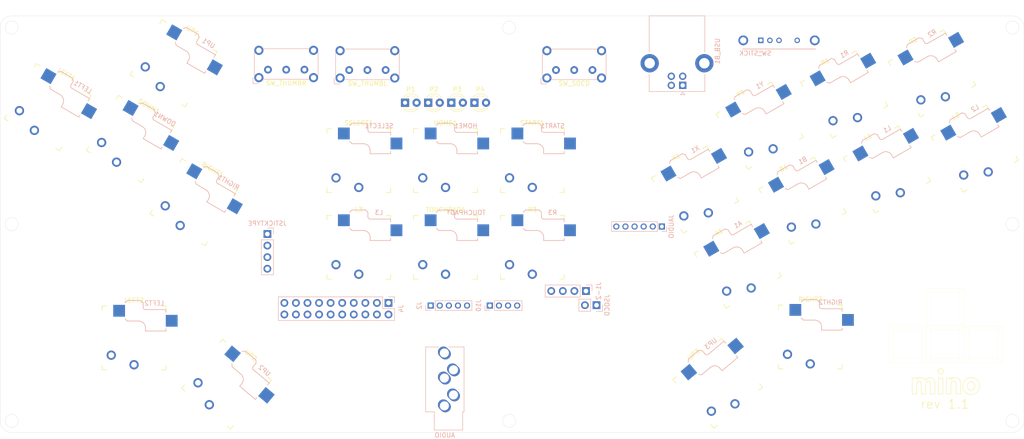
<source format=kicad_pcb>
(kicad_pcb (version 20171130) (host pcbnew "(5.1.10)-1")
  (layers (0 F.Cu signal) (31 B.Cu signal) (34 B.Paste user) (35 F.Paste user) (36 B.SilkS user) (37 F.SilkS user) (38 B.Mask user) (39 F.Mask user) (44 Edge.Cuts user))
  (net 0 "")
  (net 1 "Net-(A1-Pad2)")
  (net 2 "Net-(A1-Pad1)")
  (net 3 "Net-(B1-Pad1)")
  (net 4 "Net-(DOWN1-Pad1)")
  (net 5 "Net-(HOME1-Pad1)")
  (net 6 "Net-(J2-Pad5)")
  (net 7 "Net-(J2-Pad4)")
  (net 8 "Net-(J2-Pad3)")
  (net 9 "Net-(J2-Pad2)")
  (net 10 "Net-(J2-Pad1)")
  (net 11 "Net-(J4-Pad20)")
  (net 12 "Net-(J4-Pad18)")
  (net 13 "Net-(J4-Pad16)")
  (net 14 "Net-(J4-Pad15)")
  (net 15 "Net-(J4-Pad12)")
  (net 16 "Net-(J4-Pad10)")
  (net 17 "Net-(J4-Pad9)")
  (net 18 "Net-(J4-Pad8)")
  (net 19 "Net-(J4-Pad7)")
  (net 20 "Net-(J4-Pad5)")
  (net 21 "Net-(J4-Pad3)")
  (net 22 "Net-(J4-Pad1)")
  (net 23 "Net-(J10-Pad4)")
  (net 24 "Net-(J10-Pad3)")
  (net 25 "Net-(J10-Pad2)")
  (net 26 "Net-(J10-Pad1)")
  (net 27 "Net-(J1-2-Pad4)")
  (net 28 "Net-(J1-2-Pad3)")
  (net 29 "Net-(J1-2-Pad2)")
  (net 30 "Net-(J1-2-Pad1)")
  (net 31 "Net-(USB_B1-Pad5)")
  (net 32 "Net-(J4-Pad19)")
  (net 33 "Net-(J4-Pad11)")
  (net 34 "Net-(J4-Pad4)")
  (module Connector_Audio:Jack_3.5mm_CUI_SJ1-3535NG_Horizontal_CircularHoles (layer B.Cu) (at 145.796 150.368)
    (fp_text reference AUDIO (at 0.1 6.45) (layer B.SilkS) (effects (justify mirror)))
    (fp_text value Jack_3.5mm_CUI_SJ1-3535NG_Horizontal_CircularHoles)
    (pad RN thru_hole oval (at 0 -6.1 315) (size 3 2.4) (drill 2) (layers *.Cu *.Mask))
    (pad TN thru_hole oval (at 0 -11.6 315) (size 3 2.4) (drill 2) (layers *.Cu *.Mask))
    (pad R thru_hole oval (at 2 -7.9 315) (size 3 2.4) (drill 2) (layers *.Cu *.Mask))
    (pad T thru_hole oval (at 2 -2.4 315) (size 3 2.4) (drill 2) (layers *.Cu *.Mask))
    (pad S thru_hole oval (at 0 0 315) (size 3 2.4) (drill 2) (layers *.Cu *.Mask))
  )
  (module Button_Switch_THT:SW_E-Switch_EG1224_SPDT_Angled (layer B.Cu) (at 107.0705 76.5655)
    (fp_text reference SW_THUMBR (at 4 2.95 180) (layer F.SilkS))
    (fp_text value SW_E-Switch_EG1224_SPDT_Angled)
    (pad "" thru_hole circle (at -2 1.75) (size 2 2) (drill 1.2) (layers *.Cu *.Mask))
    (pad "" thru_hole circle (at 10 1.75) (size 2 2) (drill 1.2) (layers *.Cu *.Mask))
    (pad "" thru_hole circle (at 10 -4.25) (size 2 2) (drill 1.2) (layers *.Cu *.Mask))
    (pad "" thru_hole circle (at -2 -4.25) (size 2 2) (drill 1.2) (layers *.Cu *.Mask))
    (pad 1 thru_hole circle (at 0 0) (size 1.7 1.7) (drill 0.9) (layers *.Cu *.Mask))
    (pad 2 thru_hole circle (at 4 0) (size 1.7 1.7) (drill 0.9) (layers *.Cu *.Mask))
    (pad 3 thru_hole circle (at 8 0) (size 1.7 1.7) (drill 0.9) (layers *.Cu *.Mask))
  )
  (module Connector_PinHeader_2.54mm:PinHeader_1x04_P2.54mm_Vertical (layer B.Cu) (at 106.934 112.649 180)
    (fp_text reference JSTICKTYPE (at 0 2.33) (layer B.SilkS) (effects (justify mirror)))
    (fp_text value PinHeader_1x04_P2.54mm_Vertical)
    (pad 4 thru_hole oval (at 0 -7.62 180) (size 1.7 1.7) (drill 1) (layers *.Cu *.Mask))
    (pad 3 thru_hole oval (at 0 -5.08 180) (size 1.7 1.7) (drill 1) (layers *.Cu *.Mask))
    (pad 2 thru_hole oval (at 0 -2.54 180) (size 1.7 1.7) (drill 1) (layers *.Cu *.Mask))
    (pad 1 thru_hole rect (at 0 0 180) (size 1.7 1.7) (drill 1) (layers *.Cu *.Mask))
  )
  (module EEC:E-Switch-EG1313-0 (layer B.Cu) (at 219.2655 67.6275)
    (fp_text reference SW_STICK (at -8.849999 5.325) (layer B.SilkS) (effects (justify right mirror)))
    (fp_text value "" (at 0 0) (layer B.SilkS) (effects (font (size 1.27 1.27)) (justify mirror)))
    (pad 4 thru_hole circle (at 4 2.5) (size 1.2 1.2) (drill 0.7) (layers *.Cu))
    (pad 3 thru_hole circle (at 0 2.5) (size 1.2 1.2) (drill 0.7) (layers *.Cu))
    (pad 2 thru_hole circle (at -2 2.5) (size 1.2 1.2) (drill 0.7) (layers *.Cu))
    (pad 1 thru_hole rect (at -4 2.5) (size 1.2 1.2) (drill 0.7) (layers *.Cu))
    (pad 6 thru_hole circle (at 7.85 2.5) (size 2.15 2.15) (drill 1.4) (layers *.Cu))
    (pad 5 thru_hole circle (at -7.849999 2.5) (size 2.15 2.15) (drill 1.4) (layers *.Cu))
  )
  (module Button_Switch_THT:SW_E-Switch_EG1224_SPDT_Angled (layer B.Cu) (at 170.3025 76.6445)
    (fp_text reference SW_SOCD (at 4 2.95 180) (layer F.SilkS))
    (fp_text value SW_E-Switch_EG1224_SPDT_Angled)
    (pad "" thru_hole circle (at -2 1.75) (size 2 2) (drill 1.2) (layers *.Cu *.Mask))
    (pad "" thru_hole circle (at 10 1.75) (size 2 2) (drill 1.2) (layers *.Cu *.Mask))
    (pad "" thru_hole circle (at 10 -4.25) (size 2 2) (drill 1.2) (layers *.Cu *.Mask))
    (pad "" thru_hole circle (at -2 -4.25) (size 2 2) (drill 1.2) (layers *.Cu *.Mask))
    (pad 1 thru_hole circle (at 0 0) (size 1.7 1.7) (drill 0.9) (layers *.Cu *.Mask))
    (pad 2 thru_hole circle (at 4 0) (size 1.7 1.7) (drill 0.9) (layers *.Cu *.Mask))
    (pad 3 thru_hole circle (at 8 0) (size 1.7 1.7) (drill 0.9) (layers *.Cu *.Mask))
  )
  (module Button_Switch_THT:SW_E-Switch_EG1224_SPDT_Angled (layer B.Cu) (at 124.9035 76.6445)
    (fp_text reference SW_THUMBL (at 4 2.95 180) (layer F.SilkS))
    (fp_text value SW_E-Switch_EG1224_SPDT_Angled)
    (pad 3 thru_hole circle (at 8 0) (size 1.7 1.7) (drill 0.9) (layers *.Cu *.Mask))
    (pad 2 thru_hole circle (at 4 0) (size 1.7 1.7) (drill 0.9) (layers *.Cu *.Mask))
    (pad 1 thru_hole circle (at 0 0) (size 1.7 1.7) (drill 0.9) (layers *.Cu *.Mask))
    (pad "" thru_hole circle (at -2 -4.25) (size 2 2) (drill 1.2) (layers *.Cu *.Mask))
    (pad "" thru_hole circle (at 10 -4.25) (size 2 2) (drill 1.2) (layers *.Cu *.Mask))
    (pad "" thru_hole circle (at 10 1.75) (size 2 2) (drill 1.2) (layers *.Cu *.Mask))
    (pad "" thru_hole circle (at -2 1.75) (size 2 2) (drill 1.2) (layers *.Cu *.Mask))
  )
  (module Connector_PinHeader_2.00mm:PinHeader_1x06_P2.00mm_Vertical (layer B.Cu) (at 193.548 110.998 90)
    (fp_text reference JAUDIO (at 0 2.06 -90) (layer B.SilkS) (effects (justify mirror)))
    (fp_text value PinHeader_1x06_P2.00mm_Vertical)
    (pad 6 thru_hole oval (at 0 -10 90) (size 1.35 1.35) (drill 0.8) (layers *.Cu *.Mask))
    (pad 5 thru_hole oval (at 0 -8 90) (size 1.35 1.35) (drill 0.8) (layers *.Cu *.Mask))
    (pad 4 thru_hole oval (at 0 -6 90) (size 1.35 1.35) (drill 0.8) (layers *.Cu *.Mask))
    (pad 3 thru_hole oval (at 0 -4 90) (size 1.35 1.35) (drill 0.8) (layers *.Cu *.Mask))
    (pad 2 thru_hole oval (at 0 -2 90) (size 1.35 1.35) (drill 0.8) (layers *.Cu *.Mask))
    (pad 1 thru_hole rect (at 0 0 90) (size 1.35 1.35) (drill 0.8) (layers *.Cu *.Mask))
  )
  (module Connector_PinHeader_2.54mm:PinHeader_1x02_P2.54mm_Vertical (layer B.Cu) (at 179.197 128.27 90)
    (fp_text reference JSOCD (at 0 2.33 -90) (layer B.SilkS) (effects (justify mirror)))
    (fp_text value PinHeader_1x02_P2.54mm_Vertical)
    (pad 2 thru_hole oval (at 0 -2.54 90) (size 1.7 1.7) (drill 1) (layers *.Cu *.Mask))
    (pad 1 thru_hole rect (at 0 0 90) (size 1.7 1.7) (drill 1) (layers *.Cu *.Mask))
  )
  (module Button_Switch_Keyboard:Kailh_socket_PG1350_optional (layer F.Cu) (at 262.24 93.9035 30)
    (fp_text reference L2 (at 0 -8.255 30) (layer F.SilkS))
    (fp_text value SW_Push)
    (fp_text user %R (at 4.445 -7.62 30) (layer B.SilkS) (effects (justify mirror)))
    (pad 2 smd rect (at 8.275 -3.75 30) (size 2.6 2.6) (layers B.Cu B.Paste B.Mask) (net 1 "Net-(A1-Pad2)"))
    (pad "" np_thru_hole circle (at 0 -5.95 30) (size 3 3) (drill 3) (layers *.Cu *.Mask))
    (pad 1 thru_hole circle (at 0 5.9 30) (size 2.032 2.032) (drill 1.27) (layers *.Cu *.Mask) (net 13 "Net-(J4-Pad16)"))
    (pad 2 thru_hole circle (at -5 3.8 30) (size 2.032 2.032) (drill 1.27) (layers *.Cu *.Mask) (net 1 "Net-(A1-Pad2)"))
    (pad "" np_thru_hole circle (at 0 0 30) (size 3.429 3.429) (drill 3.429) (layers *.Cu *.Mask))
    (pad "" np_thru_hole circle (at 5 -3.75 30) (size 3 3) (drill 3) (layers *.Cu *.Mask))
    (pad 1 smd rect (at -3.275 -5.95 30) (size 2.6 2.6) (layers B.Cu B.Paste B.Mask) (net 13 "Net-(J4-Pad16)"))
    (pad "" np_thru_hole circle (at 5.5 0 30) (size 1.7018 1.7018) (drill 1.7018) (layers *.Cu *.Mask))
    (pad "" np_thru_hole circle (at -5.5 0 30) (size 1.7018 1.7018) (drill 1.7018) (layers *.Cu *.Mask))
  )
  (module Connector_USB:USB_B_Lumberg_2411_02_Horizontal (layer B.Cu) (at 198.12 80.01 90)
    (fp_text reference USB_B1 (at 7.5 7.65 270) (layer B.SilkS) (effects (justify mirror)))
    (fp_text value USB_B)
    (pad 5 thru_hole circle (at 4.86 4.75) (size 4 4) (drill 2.3) (layers *.Cu *.Mask) (net 31 "Net-(USB_B1-Pad5)"))
    (pad 5 thru_hole circle (at 4.86 -7.25) (size 4 4) (drill 2.3) (layers *.Cu *.Mask) (net 31 "Net-(USB_B1-Pad5)"))
    (pad 4 thru_hole circle (at 2 0) (size 1.6 1.6) (drill 0.95) (layers *.Cu *.Mask) (net 27 "Net-(J1-2-Pad4)"))
    (pad 3 thru_hole circle (at 2 -2.5) (size 1.6 1.6) (drill 0.95) (layers *.Cu *.Mask) (net 28 "Net-(J1-2-Pad3)"))
    (pad 2 thru_hole circle (at 0 -2.5) (size 1.6 1.6) (drill 0.95) (layers *.Cu *.Mask) (net 29 "Net-(J1-2-Pad2)"))
    (pad 1 thru_hole rect (at 0 0) (size 1.6 1.6) (drill 0.95) (layers *.Cu *.Mask) (net 30 "Net-(J1-2-Pad1)"))
  )
  (module Button_Switch_Keyboard:Kailh_socket_PG1350_optional (layer F.Cu) (at 252.842 77.4032 30)
    (fp_text reference R2 (at 0 -8.255 30) (layer F.SilkS))
    (fp_text value SW_Push)
    (fp_text user %R (at 4.445 -7.62 30) (layer B.SilkS) (effects (justify mirror)))
    (pad 2 smd rect (at 8.275 -3.75 30) (size 2.6 2.6) (layers B.Cu B.Paste B.Mask) (net 1 "Net-(A1-Pad2)"))
    (pad "" np_thru_hole circle (at 0 -5.95 30) (size 3 3) (drill 3) (layers *.Cu *.Mask))
    (pad 1 thru_hole circle (at 0 5.9 30) (size 2.032 2.032) (drill 1.27) (layers *.Cu *.Mask) (net 14 "Net-(J4-Pad15)"))
    (pad 2 thru_hole circle (at -5 3.8 30) (size 2.032 2.032) (drill 1.27) (layers *.Cu *.Mask) (net 1 "Net-(A1-Pad2)"))
    (pad "" np_thru_hole circle (at 0 0 30) (size 3.429 3.429) (drill 3.429) (layers *.Cu *.Mask))
    (pad "" np_thru_hole circle (at 5 -3.75 30) (size 3 3) (drill 3) (layers *.Cu *.Mask))
    (pad 1 smd rect (at -3.275 -5.95 30) (size 2.6 2.6) (layers B.Cu B.Paste B.Mask) (net 14 "Net-(J4-Pad15)"))
    (pad "" np_thru_hole circle (at 5.5 0 30) (size 1.7018 1.7018) (drill 1.7018) (layers *.Cu *.Mask))
    (pad "" np_thru_hole circle (at -5.5 0 30) (size 1.7018 1.7018) (drill 1.7018) (layers *.Cu *.Mask))
  )
  (module Button_Switch_Keyboard:Kailh_socket_PG1350_optional (layer F.Cu) (at 58.7375 84.7725 330)
    (fp_text reference LEFT1 (at 0 -8.255 150) (layer F.SilkS))
    (fp_text value SW_Push)
    (fp_text user %R (at 4.445 -7.62 150) (layer B.SilkS) (effects (justify mirror)))
    (pad 2 smd rect (at 8.275 -3.75 330) (size 2.6 2.6) (layers B.Cu B.Paste B.Mask) (net 1 "Net-(A1-Pad2)"))
    (pad "" np_thru_hole circle (at 0 -5.95 330) (size 3 3) (drill 3) (layers *.Cu *.Mask))
    (pad 1 thru_hole circle (at 0 5.9 330) (size 2.032 2.032) (drill 1.27) (layers *.Cu *.Mask) (net 34 "Net-(J4-Pad4)"))
    (pad 2 thru_hole circle (at -5 3.8 330) (size 2.032 2.032) (drill 1.27) (layers *.Cu *.Mask) (net 1 "Net-(A1-Pad2)"))
    (pad "" np_thru_hole circle (at 0 0 330) (size 3.429 3.429) (drill 3.429) (layers *.Cu *.Mask))
    (pad "" np_thru_hole circle (at 5 -3.75 330) (size 3 3) (drill 3) (layers *.Cu *.Mask))
    (pad 1 smd rect (at -3.275 -5.95 330) (size 2.6 2.6) (layers B.Cu B.Paste B.Mask) (net 34 "Net-(J4-Pad4)"))
    (pad "" np_thru_hole circle (at 5.5 0 330) (size 1.7018 1.7018) (drill 1.7018) (layers *.Cu *.Mask))
    (pad "" np_thru_hole circle (at -5.5 0 330) (size 1.7018 1.7018) (drill 1.7018) (layers *.Cu *.Mask))
  )
  (module Button_Switch_Keyboard:Kailh_socket_PG1350_optional (layer F.Cu) (at 76.7715 91.7624 330)
    (fp_text reference DOWN1 (at 0 -8.255 150) (layer F.SilkS))
    (fp_text value SW_Push)
    (fp_text user %R (at 4.445 -7.62 150) (layer B.SilkS) (effects (justify mirror)))
    (pad 2 smd rect (at 8.275 -3.75 330) (size 2.6 2.6) (layers B.Cu B.Paste B.Mask) (net 1 "Net-(A1-Pad2)"))
    (pad "" np_thru_hole circle (at 0 -5.95 330) (size 3 3) (drill 3) (layers *.Cu *.Mask))
    (pad 1 thru_hole circle (at 0 5.9 330) (size 2.032 2.032) (drill 1.27) (layers *.Cu *.Mask) (net 4 "Net-(DOWN1-Pad1)"))
    (pad 2 thru_hole circle (at -5 3.8 330) (size 2.032 2.032) (drill 1.27) (layers *.Cu *.Mask) (net 1 "Net-(A1-Pad2)"))
    (pad "" np_thru_hole circle (at 0 0 330) (size 3.429 3.429) (drill 3.429) (layers *.Cu *.Mask))
    (pad "" np_thru_hole circle (at 5 -3.75 330) (size 3 3) (drill 3) (layers *.Cu *.Mask))
    (pad 1 smd rect (at -3.275 -5.95 330) (size 2.6 2.6) (layers B.Cu B.Paste B.Mask) (net 4 "Net-(DOWN1-Pad1)"))
    (pad "" np_thru_hole circle (at 5.5 0 330) (size 1.7018 1.7018) (drill 1.7018) (layers *.Cu *.Mask))
    (pad "" np_thru_hole circle (at -5.5 0 330) (size 1.7018 1.7018) (drill 1.7018) (layers *.Cu *.Mask))
  )
  (module Button_Switch_Keyboard:Kailh_socket_PG1350_optional (layer F.Cu) (at 90.7415 105.664 330)
    (fp_text reference RIGHT1 (at 0 -8.255 150) (layer F.SilkS))
    (fp_text value SW_Push)
    (fp_text user %R (at 4.445 -7.62 150) (layer B.SilkS) (effects (justify mirror)))
    (pad 2 smd rect (at 8.275 -3.75 330) (size 2.6 2.6) (layers B.Cu B.Paste B.Mask) (net 1 "Net-(A1-Pad2)"))
    (pad "" np_thru_hole circle (at 0 -5.95 330) (size 3 3) (drill 3) (layers *.Cu *.Mask))
    (pad 1 thru_hole circle (at 0 5.9 330) (size 2.032 2.032) (drill 1.27) (layers *.Cu *.Mask) (net 21 "Net-(J4-Pad3)"))
    (pad 2 thru_hole circle (at -5 3.8 330) (size 2.032 2.032) (drill 1.27) (layers *.Cu *.Mask) (net 1 "Net-(A1-Pad2)"))
    (pad "" np_thru_hole circle (at 0 0 330) (size 3.429 3.429) (drill 3.429) (layers *.Cu *.Mask))
    (pad "" np_thru_hole circle (at 5 -3.75 330) (size 3 3) (drill 3) (layers *.Cu *.Mask))
    (pad 1 smd rect (at -3.275 -5.95 330) (size 2.6 2.6) (layers B.Cu B.Paste B.Mask) (net 21 "Net-(J4-Pad3)"))
    (pad "" np_thru_hole circle (at 5.5 0 330) (size 1.7018 1.7018) (drill 1.7018) (layers *.Cu *.Mask))
    (pad "" np_thru_hole circle (at -5.5 0 330) (size 1.7018 1.7018) (drill 1.7018) (layers *.Cu *.Mask))
  )
  (module Button_Switch_Keyboard:Kailh_socket_PG1350_optional (layer F.Cu) (at 86.3594 75.1645 330)
    (fp_text reference UP1 (at 0 -8.255 150) (layer F.SilkS))
    (fp_text value SW_Push)
    (fp_text user %R (at 4.445 -7.62 150) (layer B.SilkS) (effects (justify mirror)))
    (pad "" np_thru_hole circle (at -5.5 0 330) (size 1.7018 1.7018) (drill 1.7018) (layers *.Cu *.Mask))
    (pad "" np_thru_hole circle (at 5.5 0 330) (size 1.7018 1.7018) (drill 1.7018) (layers *.Cu *.Mask))
    (pad 1 smd rect (at -3.275 -5.95 330) (size 2.6 2.6) (layers B.Cu B.Paste B.Mask) (net 22 "Net-(J4-Pad1)"))
    (pad "" np_thru_hole circle (at 5 -3.75 330) (size 3 3) (drill 3) (layers *.Cu *.Mask))
    (pad "" np_thru_hole circle (at 0 0 330) (size 3.429 3.429) (drill 3.429) (layers *.Cu *.Mask))
    (pad 2 thru_hole circle (at -5 3.8 330) (size 2.032 2.032) (drill 1.27) (layers *.Cu *.Mask) (net 1 "Net-(A1-Pad2)"))
    (pad 1 thru_hole circle (at 0 5.9 330) (size 2.032 2.032) (drill 1.27) (layers *.Cu *.Mask) (net 22 "Net-(J4-Pad1)"))
    (pad "" np_thru_hole circle (at 0 -5.95 330) (size 3 3) (drill 3) (layers *.Cu *.Mask))
    (pad 2 smd rect (at 8.275 -3.75 330) (size 2.6 2.6) (layers B.Cu B.Paste B.Mask) (net 1 "Net-(A1-Pad2)"))
  )
  (module Button_Switch_Keyboard:Kailh_socket_PG1350_optional (layer F.Cu) (at 205.8035 145.415 40)
    (fp_text reference UP3 (at 0 -8.255 40) (layer F.SilkS))
    (fp_text value SW_Push)
    (fp_text user %R (at 4.445 -7.62 40) (layer B.SilkS) (effects (justify mirror)))
    (pad "" np_thru_hole circle (at -5.5 0 40) (size 1.7018 1.7018) (drill 1.7018) (layers *.Cu *.Mask))
    (pad "" np_thru_hole circle (at 5.5 0 40) (size 1.7018 1.7018) (drill 1.7018) (layers *.Cu *.Mask))
    (pad 1 smd rect (at -3.275 -5.95 40) (size 2.6 2.6) (layers B.Cu B.Paste B.Mask) (net 22 "Net-(J4-Pad1)"))
    (pad "" np_thru_hole circle (at 5 -3.75 40) (size 3 3) (drill 3) (layers *.Cu *.Mask))
    (pad "" np_thru_hole circle (at 0 0 40) (size 3.429 3.429) (drill 3.429) (layers *.Cu *.Mask))
    (pad 2 thru_hole circle (at -5 3.8 40) (size 2.032 2.032) (drill 1.27) (layers *.Cu *.Mask) (net 1 "Net-(A1-Pad2)"))
    (pad 1 thru_hole circle (at 0 5.9 40) (size 2.032 2.032) (drill 1.27) (layers *.Cu *.Mask) (net 22 "Net-(J4-Pad1)"))
    (pad "" np_thru_hole circle (at 0 -5.95 40) (size 3 3) (drill 3) (layers *.Cu *.Mask))
    (pad 2 smd rect (at 8.275 -3.75 40) (size 2.6 2.6) (layers B.Cu B.Paste B.Mask) (net 1 "Net-(A1-Pad2)"))
  )
  (module Button_Switch_Keyboard:Kailh_socket_PG1350_optional (layer F.Cu) (at 146.05 96.52)
    (fp_text reference HOME1 (at 0 -8.255) (layer F.SilkS))
    (fp_text value SW_Push)
    (fp_text user %R (at 4.445 -7.62) (layer B.SilkS) (effects (justify mirror)))
    (pad 2 smd rect (at 8.275 -3.75) (size 2.6 2.6) (layers B.Cu B.Paste B.Mask) (net 1 "Net-(A1-Pad2)"))
    (pad "" np_thru_hole circle (at 0 -5.95) (size 3 3) (drill 3) (layers *.Cu *.Mask))
    (pad 1 thru_hole circle (at 0 5.9) (size 2.032 2.032) (drill 1.27) (layers *.Cu *.Mask) (net 5 "Net-(HOME1-Pad1)"))
    (pad 2 thru_hole circle (at -5 3.8) (size 2.032 2.032) (drill 1.27) (layers *.Cu *.Mask) (net 1 "Net-(A1-Pad2)"))
    (pad "" np_thru_hole circle (at 0 0) (size 3.429 3.429) (drill 3.429) (layers *.Cu *.Mask))
    (pad "" np_thru_hole circle (at 5 -3.75) (size 3 3) (drill 3) (layers *.Cu *.Mask))
    (pad 1 smd rect (at -3.275 -5.95) (size 2.6 2.6) (layers B.Cu B.Paste B.Mask) (net 5 "Net-(HOME1-Pad1)"))
    (pad "" np_thru_hole circle (at 5.5 0) (size 1.7018 1.7018) (drill 1.7018) (layers *.Cu *.Mask))
    (pad "" np_thru_hole circle (at -5.5 0) (size 1.7018 1.7018) (drill 1.7018) (layers *.Cu *.Mask))
  )
  (module Button_Switch_Keyboard:Kailh_socket_PG1350_optional (layer F.Cu) (at 165.1 115.57)
    (fp_text reference R3 (at 0 -8.255) (layer F.SilkS))
    (fp_text value SW_Push)
    (fp_text user %R (at 4.445 -7.62) (layer B.SilkS) (effects (justify mirror)))
    (pad 2 smd rect (at 8.275 -3.75) (size 2.6 2.6) (layers B.Cu B.Paste B.Mask) (net 23 "Net-(J10-Pad4)"))
    (pad "" np_thru_hole circle (at 0 -5.95) (size 3 3) (drill 3) (layers *.Cu *.Mask))
    (pad 1 thru_hole circle (at 0 5.9) (size 2.032 2.032) (drill 1.27) (layers *.Cu *.Mask) (net 24 "Net-(J10-Pad3)"))
    (pad 2 thru_hole circle (at -5 3.8) (size 2.032 2.032) (drill 1.27) (layers *.Cu *.Mask) (net 23 "Net-(J10-Pad4)"))
    (pad "" np_thru_hole circle (at 0 0) (size 3.429 3.429) (drill 3.429) (layers *.Cu *.Mask))
    (pad "" np_thru_hole circle (at 5 -3.75) (size 3 3) (drill 3) (layers *.Cu *.Mask))
    (pad 1 smd rect (at -3.275 -5.95) (size 2.6 2.6) (layers B.Cu B.Paste B.Mask) (net 24 "Net-(J10-Pad3)"))
    (pad "" np_thru_hole circle (at 5.5 0) (size 1.7018 1.7018) (drill 1.7018) (layers *.Cu *.Mask))
    (pad "" np_thru_hole circle (at -5.5 0) (size 1.7018 1.7018) (drill 1.7018) (layers *.Cu *.Mask))
  )
  (module Button_Switch_Keyboard:Kailh_socket_PG1350_optional (layer F.Cu) (at 127 115.57)
    (fp_text reference L3 (at 0 -8.255) (layer F.SilkS))
    (fp_text value SW_Push)
    (fp_text user %R (at 4.445 -7.62) (layer B.SilkS) (effects (justify mirror)))
    (pad 2 smd rect (at 8.275 -3.75) (size 2.6 2.6) (layers B.Cu B.Paste B.Mask) (net 23 "Net-(J10-Pad4)"))
    (pad "" np_thru_hole circle (at 0 -5.95) (size 3 3) (drill 3) (layers *.Cu *.Mask))
    (pad 1 thru_hole circle (at 0 5.9) (size 2.032 2.032) (drill 1.27) (layers *.Cu *.Mask) (net 25 "Net-(J10-Pad2)"))
    (pad 2 thru_hole circle (at -5 3.8) (size 2.032 2.032) (drill 1.27) (layers *.Cu *.Mask) (net 23 "Net-(J10-Pad4)"))
    (pad "" np_thru_hole circle (at 0 0) (size 3.429 3.429) (drill 3.429) (layers *.Cu *.Mask))
    (pad "" np_thru_hole circle (at 5 -3.75) (size 3 3) (drill 3) (layers *.Cu *.Mask))
    (pad 1 smd rect (at -3.275 -5.95) (size 2.6 2.6) (layers B.Cu B.Paste B.Mask) (net 25 "Net-(J10-Pad2)"))
    (pad "" np_thru_hole circle (at 5.5 0) (size 1.7018 1.7018) (drill 1.7018) (layers *.Cu *.Mask))
    (pad "" np_thru_hole circle (at -5.5 0) (size 1.7018 1.7018) (drill 1.7018) (layers *.Cu *.Mask))
  )
  (module Button_Switch_Keyboard:Kailh_socket_PG1350_optional (layer F.Cu) (at 165.1 96.52)
    (fp_text reference START1 (at 0 -8.255) (layer F.SilkS))
    (fp_text value SW_Push)
    (fp_text user %R (at 4.445 -7.62) (layer B.SilkS) (effects (justify mirror)))
    (pad "" np_thru_hole circle (at -5.5 0) (size 1.7018 1.7018) (drill 1.7018) (layers *.Cu *.Mask))
    (pad "" np_thru_hole circle (at 5.5 0) (size 1.7018 1.7018) (drill 1.7018) (layers *.Cu *.Mask))
    (pad 1 smd rect (at -3.275 -5.95) (size 2.6 2.6) (layers B.Cu B.Paste B.Mask) (net 19 "Net-(J4-Pad7)"))
    (pad "" np_thru_hole circle (at 5 -3.75) (size 3 3) (drill 3) (layers *.Cu *.Mask))
    (pad "" np_thru_hole circle (at 0 0) (size 3.429 3.429) (drill 3.429) (layers *.Cu *.Mask))
    (pad 2 thru_hole circle (at -5 3.8) (size 2.032 2.032) (drill 1.27) (layers *.Cu *.Mask) (net 1 "Net-(A1-Pad2)"))
    (pad 1 thru_hole circle (at 0 5.9) (size 2.032 2.032) (drill 1.27) (layers *.Cu *.Mask) (net 19 "Net-(J4-Pad7)"))
    (pad "" np_thru_hole circle (at 0 -5.95) (size 3 3) (drill 3) (layers *.Cu *.Mask))
    (pad 2 smd rect (at 8.275 -3.75) (size 2.6 2.6) (layers B.Cu B.Paste B.Mask) (net 1 "Net-(A1-Pad2)"))
  )
  (module Button_Switch_Keyboard:Kailh_socket_PG1350_optional (layer F.Cu) (at 226.1235 135.255)
    (fp_text reference RIGHT2 (at 0 -8.255) (layer F.SilkS))
    (fp_text value SW_Push)
    (fp_text user %R (at 4.445 -7.62) (layer B.SilkS) (effects (justify mirror)))
    (pad 2 smd rect (at 8.275 -3.75) (size 2.6 2.6) (layers B.Cu B.Paste B.Mask) (net 1 "Net-(A1-Pad2)"))
    (pad "" np_thru_hole circle (at 0 -5.95) (size 3 3) (drill 3) (layers *.Cu *.Mask))
    (pad 1 thru_hole circle (at 0 5.9) (size 2.032 2.032) (drill 1.27) (layers *.Cu *.Mask) (net 21 "Net-(J4-Pad3)"))
    (pad 2 thru_hole circle (at -5 3.8) (size 2.032 2.032) (drill 1.27) (layers *.Cu *.Mask) (net 1 "Net-(A1-Pad2)"))
    (pad "" np_thru_hole circle (at 0 0) (size 3.429 3.429) (drill 3.429) (layers *.Cu *.Mask))
    (pad "" np_thru_hole circle (at 5 -3.75) (size 3 3) (drill 3) (layers *.Cu *.Mask))
    (pad 1 smd rect (at -3.275 -5.95) (size 2.6 2.6) (layers B.Cu B.Paste B.Mask) (net 21 "Net-(J4-Pad3)"))
    (pad "" np_thru_hole circle (at 5.5 0) (size 1.7018 1.7018) (drill 1.7018) (layers *.Cu *.Mask))
    (pad "" np_thru_hole circle (at -5.5 0) (size 1.7018 1.7018) (drill 1.7018) (layers *.Cu *.Mask))
  )
  (module Button_Switch_Keyboard:Kailh_socket_PG1350_optional (layer F.Cu) (at 127 96.52)
    (fp_text reference SELECT1 (at 0 -8.255) (layer F.SilkS))
    (fp_text value SW_Push)
    (fp_text user %R (at 4.445 -7.62) (layer B.SilkS) (effects (justify mirror)))
    (pad "" np_thru_hole circle (at -5.5 0) (size 1.7018 1.7018) (drill 1.7018) (layers *.Cu *.Mask))
    (pad "" np_thru_hole circle (at 5.5 0) (size 1.7018 1.7018) (drill 1.7018) (layers *.Cu *.Mask))
    (pad 1 smd rect (at -3.275 -5.95) (size 2.6 2.6) (layers B.Cu B.Paste B.Mask) (net 20 "Net-(J4-Pad5)"))
    (pad "" np_thru_hole circle (at 5 -3.75) (size 3 3) (drill 3) (layers *.Cu *.Mask))
    (pad "" np_thru_hole circle (at 0 0) (size 3.429 3.429) (drill 3.429) (layers *.Cu *.Mask))
    (pad 2 thru_hole circle (at -5 3.8) (size 2.032 2.032) (drill 1.27) (layers *.Cu *.Mask) (net 1 "Net-(A1-Pad2)"))
    (pad 1 thru_hole circle (at 0 5.9) (size 2.032 2.032) (drill 1.27) (layers *.Cu *.Mask) (net 20 "Net-(J4-Pad5)"))
    (pad "" np_thru_hole circle (at 0 -5.95) (size 3 3) (drill 3) (layers *.Cu *.Mask))
    (pad 2 smd rect (at 8.275 -3.75) (size 2.6 2.6) (layers B.Cu B.Paste B.Mask) (net 1 "Net-(A1-Pad2)"))
  )
  (module Button_Switch_Keyboard:Kailh_socket_PG1350_optional (layer F.Cu) (at 77.6605 135.4455)
    (fp_text reference LEFT2 (at 0 -8.255) (layer F.SilkS))
    (fp_text value SW_Push)
    (fp_text user %R (at 4.445 -7.62) (layer B.SilkS) (effects (justify mirror)))
    (pad "" np_thru_hole circle (at -5.5 0) (size 1.7018 1.7018) (drill 1.7018) (layers *.Cu *.Mask))
    (pad "" np_thru_hole circle (at 5.5 0) (size 1.7018 1.7018) (drill 1.7018) (layers *.Cu *.Mask))
    (pad 1 smd rect (at -3.275 -5.95) (size 2.6 2.6) (layers B.Cu B.Paste B.Mask) (net 34 "Net-(J4-Pad4)"))
    (pad "" np_thru_hole circle (at 5 -3.75) (size 3 3) (drill 3) (layers *.Cu *.Mask))
    (pad "" np_thru_hole circle (at 0 0) (size 3.429 3.429) (drill 3.429) (layers *.Cu *.Mask))
    (pad 2 thru_hole circle (at -5 3.8) (size 2.032 2.032) (drill 1.27) (layers *.Cu *.Mask) (net 1 "Net-(A1-Pad2)"))
    (pad 1 thru_hole circle (at 0 5.9) (size 2.032 2.032) (drill 1.27) (layers *.Cu *.Mask) (net 34 "Net-(J4-Pad4)"))
    (pad "" np_thru_hole circle (at 0 -5.95) (size 3 3) (drill 3) (layers *.Cu *.Mask))
    (pad 2 smd rect (at 8.275 -3.75) (size 2.6 2.6) (layers B.Cu B.Paste B.Mask) (net 1 "Net-(A1-Pad2)"))
  )
  (module Button_Switch_Keyboard:Kailh_socket_PG1350_optional (layer F.Cu) (at 97.9805 145.6055 320)
    (fp_text reference UP2 (at 0 -8.255 140) (layer F.SilkS))
    (fp_text value SW_Push)
    (fp_text user %R (at 4.445 -7.62 140) (layer B.SilkS) (effects (justify mirror)))
    (pad 2 smd rect (at 8.275 -3.75 320) (size 2.6 2.6) (layers B.Cu B.Paste B.Mask) (net 1 "Net-(A1-Pad2)"))
    (pad "" np_thru_hole circle (at 0 -5.95 320) (size 3 3) (drill 3) (layers *.Cu *.Mask))
    (pad 1 thru_hole circle (at 0 5.9 320) (size 2.032 2.032) (drill 1.27) (layers *.Cu *.Mask) (net 22 "Net-(J4-Pad1)"))
    (pad 2 thru_hole circle (at -5 3.8 320) (size 2.032 2.032) (drill 1.27) (layers *.Cu *.Mask) (net 1 "Net-(A1-Pad2)"))
    (pad "" np_thru_hole circle (at 0 0 320) (size 3.429 3.429) (drill 3.429) (layers *.Cu *.Mask))
    (pad "" np_thru_hole circle (at 5 -3.75 320) (size 3 3) (drill 3) (layers *.Cu *.Mask))
    (pad 1 smd rect (at -3.275 -5.95 320) (size 2.6 2.6) (layers B.Cu B.Paste B.Mask) (net 22 "Net-(J4-Pad1)"))
    (pad "" np_thru_hole circle (at 5.5 0 320) (size 1.7018 1.7018) (drill 1.7018) (layers *.Cu *.Mask))
    (pad "" np_thru_hole circle (at -5.5 0 320) (size 1.7018 1.7018) (drill 1.7018) (layers *.Cu *.Mask))
  )
  (module Button_Switch_Keyboard:Kailh_socket_PG1350_optional (layer F.Cu) (at 242.946 98.4755 30)
    (fp_text reference L1 (at 0 -8.255 30) (layer F.SilkS))
    (fp_text value SW_Push)
    (fp_text user %R (at 4.445 -7.62 30) (layer B.SilkS) (effects (justify mirror)))
    (pad 2 smd rect (at 8.275 -3.75 30) (size 2.6 2.6) (layers B.Cu B.Paste B.Mask) (net 1 "Net-(A1-Pad2)"))
    (pad "" np_thru_hole circle (at 0 -5.95 30) (size 3 3) (drill 3) (layers *.Cu *.Mask))
    (pad 1 thru_hole circle (at 0 5.9 30) (size 2.032 2.032) (drill 1.27) (layers *.Cu *.Mask) (net 33 "Net-(J4-Pad11)"))
    (pad 2 thru_hole circle (at -5 3.8 30) (size 2.032 2.032) (drill 1.27) (layers *.Cu *.Mask) (net 1 "Net-(A1-Pad2)"))
    (pad "" np_thru_hole circle (at 0 0 30) (size 3.429 3.429) (drill 3.429) (layers *.Cu *.Mask))
    (pad "" np_thru_hole circle (at 5 -3.75 30) (size 3 3) (drill 3) (layers *.Cu *.Mask))
    (pad 1 smd rect (at -3.275 -5.95 30) (size 2.6 2.6) (layers B.Cu B.Paste B.Mask) (net 33 "Net-(J4-Pad11)"))
    (pad "" np_thru_hole circle (at 5.5 0 30) (size 1.7018 1.7018) (drill 1.7018) (layers *.Cu *.Mask))
    (pad "" np_thru_hole circle (at -5.5 0 30) (size 1.7018 1.7018) (drill 1.7018) (layers *.Cu *.Mask))
  )
  (module Button_Switch_Keyboard:Kailh_socket_PG1350_optional (layer F.Cu) (at 215.016 88.8332 30)
    (fp_text reference Y1 (at 0 -8.255 30) (layer F.SilkS))
    (fp_text value SW_Push)
    (fp_text user %R (at 4.445 -7.62 30) (layer B.SilkS) (effects (justify mirror)))
    (pad 2 smd rect (at 8.275 -3.75 30) (size 2.6 2.6) (layers B.Cu B.Paste B.Mask) (net 1 "Net-(A1-Pad2)"))
    (pad "" np_thru_hole circle (at 0 -5.95 30) (size 3 3) (drill 3) (layers *.Cu *.Mask))
    (pad 1 thru_hole circle (at 0 5.9 30) (size 2.032 2.032) (drill 1.27) (layers *.Cu *.Mask) (net 17 "Net-(J4-Pad9)"))
    (pad 2 thru_hole circle (at -5 3.8 30) (size 2.032 2.032) (drill 1.27) (layers *.Cu *.Mask) (net 1 "Net-(A1-Pad2)"))
    (pad "" np_thru_hole circle (at 0 0 30) (size 3.429 3.429) (drill 3.429) (layers *.Cu *.Mask))
    (pad "" np_thru_hole circle (at 5 -3.75 30) (size 3 3) (drill 3) (layers *.Cu *.Mask))
    (pad 1 smd rect (at -3.275 -5.95 30) (size 2.6 2.6) (layers B.Cu B.Paste B.Mask) (net 17 "Net-(J4-Pad9)"))
    (pad "" np_thru_hole circle (at 5.5 0 30) (size 1.7018 1.7018) (drill 1.7018) (layers *.Cu *.Mask))
    (pad "" np_thru_hole circle (at -5.5 0 30) (size 1.7018 1.7018) (drill 1.7018) (layers *.Cu *.Mask))
  )
  (module Button_Switch_Keyboard:Kailh_socket_PG1350_optional (layer F.Cu) (at 210.2 119.385 30)
    (fp_text reference A1 (at 0 -8.255 30) (layer F.SilkS))
    (fp_text value SW_Push)
    (fp_text user %R (at 4.445 -7.62 30) (layer B.SilkS) (effects (justify mirror)))
    (pad 2 smd rect (at 8.275 -3.75 30) (size 2.6 2.6) (layers B.Cu B.Paste B.Mask) (net 1 "Net-(A1-Pad2)"))
    (pad "" np_thru_hole circle (at 0 -5.95 30) (size 3 3) (drill 3) (layers *.Cu *.Mask))
    (pad 1 thru_hole circle (at 0 5.9 30) (size 2.032 2.032) (drill 1.27) (layers *.Cu *.Mask) (net 2 "Net-(A1-Pad1)"))
    (pad 2 thru_hole circle (at -5 3.8 30) (size 2.032 2.032) (drill 1.27) (layers *.Cu *.Mask) (net 1 "Net-(A1-Pad2)"))
    (pad "" np_thru_hole circle (at 0 0 30) (size 3.429 3.429) (drill 3.429) (layers *.Cu *.Mask))
    (pad "" np_thru_hole circle (at 5 -3.75 30) (size 3 3) (drill 3) (layers *.Cu *.Mask))
    (pad 1 smd rect (at -3.275 -5.95 30) (size 2.6 2.6) (layers B.Cu B.Paste B.Mask) (net 2 "Net-(A1-Pad1)"))
    (pad "" np_thru_hole circle (at 5.5 0 30) (size 1.7018 1.7018) (drill 1.7018) (layers *.Cu *.Mask))
    (pad "" np_thru_hole circle (at -5.5 0 30) (size 1.7018 1.7018) (drill 1.7018) (layers *.Cu *.Mask))
  )
  (module Button_Switch_Keyboard:Kailh_socket_PG1350_optional (layer F.Cu) (at 233.548 81.9752 30)
    (fp_text reference R1 (at 0 -8.255 30) (layer F.SilkS))
    (fp_text value SW_Push)
    (fp_text user %R (at 4.445 -7.62 30) (layer B.SilkS) (effects (justify mirror)))
    (pad 2 smd rect (at 8.275 -3.75 30) (size 2.6 2.6) (layers B.Cu B.Paste B.Mask) (net 1 "Net-(A1-Pad2)"))
    (pad "" np_thru_hole circle (at 0 -5.95 30) (size 3 3) (drill 3) (layers *.Cu *.Mask))
    (pad 1 thru_hole circle (at 0 5.9 30) (size 2.032 2.032) (drill 1.27) (layers *.Cu *.Mask) (net 16 "Net-(J4-Pad10)"))
    (pad 2 thru_hole circle (at -5 3.8 30) (size 2.032 2.032) (drill 1.27) (layers *.Cu *.Mask) (net 1 "Net-(A1-Pad2)"))
    (pad "" np_thru_hole circle (at 0 0 30) (size 3.429 3.429) (drill 3.429) (layers *.Cu *.Mask))
    (pad "" np_thru_hole circle (at 5 -3.75 30) (size 3 3) (drill 3) (layers *.Cu *.Mask))
    (pad 1 smd rect (at -3.275 -5.95 30) (size 2.6 2.6) (layers B.Cu B.Paste B.Mask) (net 16 "Net-(J4-Pad10)"))
    (pad "" np_thru_hole circle (at 5.5 0 30) (size 1.7018 1.7018) (drill 1.7018) (layers *.Cu *.Mask))
    (pad "" np_thru_hole circle (at -5.5 0 30) (size 1.7018 1.7018) (drill 1.7018) (layers *.Cu *.Mask))
  )
  (module Button_Switch_Keyboard:Kailh_socket_PG1350_optional (layer F.Cu) (at 200.802 102.885 30)
    (fp_text reference X1 (at 0 -8.255 30) (layer F.SilkS))
    (fp_text value SW_Push)
    (fp_text user %R (at 4.445 -7.62 30) (layer B.SilkS) (effects (justify mirror)))
    (pad 2 smd rect (at 8.275 -3.75 30) (size 2.6 2.6) (layers B.Cu B.Paste B.Mask) (net 1 "Net-(A1-Pad2)"))
    (pad "" np_thru_hole circle (at 0 -5.95 30) (size 3 3) (drill 3) (layers *.Cu *.Mask))
    (pad 1 thru_hole circle (at 0 5.9 30) (size 2.032 2.032) (drill 1.27) (layers *.Cu *.Mask) (net 18 "Net-(J4-Pad8)"))
    (pad 2 thru_hole circle (at -5 3.8 30) (size 2.032 2.032) (drill 1.27) (layers *.Cu *.Mask) (net 1 "Net-(A1-Pad2)"))
    (pad "" np_thru_hole circle (at 0 0 30) (size 3.429 3.429) (drill 3.429) (layers *.Cu *.Mask))
    (pad "" np_thru_hole circle (at 5 -3.75 30) (size 3 3) (drill 3) (layers *.Cu *.Mask))
    (pad 1 smd rect (at -3.275 -5.95 30) (size 2.6 2.6) (layers B.Cu B.Paste B.Mask) (net 18 "Net-(J4-Pad8)"))
    (pad "" np_thru_hole circle (at 5.5 0 30) (size 1.7018 1.7018) (drill 1.7018) (layers *.Cu *.Mask))
    (pad "" np_thru_hole circle (at -5.5 0 30) (size 1.7018 1.7018) (drill 1.7018) (layers *.Cu *.Mask))
  )
  (module Button_Switch_Keyboard:Kailh_socket_PG1350_optional (layer F.Cu) (at 224.414 105.334 30)
    (fp_text reference B1 (at 0 -8.255 30) (layer F.SilkS))
    (fp_text value SW_Push)
    (fp_text user %R (at 4.445 -7.62 30) (layer B.SilkS) (effects (justify mirror)))
    (pad 2 smd rect (at 8.275 -3.75 30) (size 2.6 2.6) (layers B.Cu B.Paste B.Mask) (net 1 "Net-(A1-Pad2)"))
    (pad "" np_thru_hole circle (at 0 -5.95 30) (size 3 3) (drill 3) (layers *.Cu *.Mask))
    (pad 1 thru_hole circle (at 0 5.9 30) (size 2.032 2.032) (drill 1.27) (layers *.Cu *.Mask) (net 3 "Net-(B1-Pad1)"))
    (pad 2 thru_hole circle (at -5 3.8 30) (size 2.032 2.032) (drill 1.27) (layers *.Cu *.Mask) (net 1 "Net-(A1-Pad2)"))
    (pad "" np_thru_hole circle (at 0 0 30) (size 3.429 3.429) (drill 3.429) (layers *.Cu *.Mask))
    (pad "" np_thru_hole circle (at 5 -3.75 30) (size 3 3) (drill 3) (layers *.Cu *.Mask))
    (pad 1 smd rect (at -3.275 -5.95 30) (size 2.6 2.6) (layers B.Cu B.Paste B.Mask) (net 3 "Net-(B1-Pad1)"))
    (pad "" np_thru_hole circle (at 5.5 0 30) (size 1.7018 1.7018) (drill 1.7018) (layers *.Cu *.Mask))
    (pad "" np_thru_hole circle (at -5.5 0 30) (size 1.7018 1.7018) (drill 1.7018) (layers *.Cu *.Mask))
  )
  (module Button_Switch_Keyboard:Kailh_socket_PG1350_optional (layer F.Cu) (at 146.05 115.57)
    (fp_text reference TOUCHPAD1 (at 0 -8.255) (layer F.SilkS))
    (fp_text value SW_Push)
    (fp_text user %R (at 4.445 -7.62) (layer B.SilkS) (effects (justify mirror)))
    (pad "" np_thru_hole circle (at -5.5 0) (size 1.7018 1.7018) (drill 1.7018) (layers *.Cu *.Mask))
    (pad "" np_thru_hole circle (at 5.5 0) (size 1.7018 1.7018) (drill 1.7018) (layers *.Cu *.Mask))
    (pad 1 smd rect (at -3.275 -5.95) (size 2.6 2.6) (layers B.Cu B.Paste B.Mask) (net 26 "Net-(J10-Pad1)"))
    (pad "" np_thru_hole circle (at 5 -3.75) (size 3 3) (drill 3) (layers *.Cu *.Mask))
    (pad "" np_thru_hole circle (at 0 0) (size 3.429 3.429) (drill 3.429) (layers *.Cu *.Mask))
    (pad 2 thru_hole circle (at -5 3.8) (size 2.032 2.032) (drill 1.27) (layers *.Cu *.Mask) (net 23 "Net-(J10-Pad4)"))
    (pad 1 thru_hole circle (at 0 5.9) (size 2.032 2.032) (drill 1.27) (layers *.Cu *.Mask) (net 26 "Net-(J10-Pad1)"))
    (pad "" np_thru_hole circle (at 0 -5.95) (size 3 3) (drill 3) (layers *.Cu *.Mask))
    (pad 2 smd rect (at 8.275 -3.75) (size 2.6 2.6) (layers B.Cu B.Paste B.Mask) (net 23 "Net-(J10-Pad4)"))
  )
  (module Connector_PinSocket_2.54mm:PinSocket_2x10_P2.54mm_Vertical (layer B.Cu) (at 133.525 127.77 90)
    (fp_text reference J4 (at -1.27 2.77 90) (layer B.SilkS) (effects (justify mirror)))
    (fp_text value Conn_02x10_Counter_Clockwise)
    (pad 20 thru_hole oval (at -2.54 -22.86 90) (size 1.7 1.7) (drill 1) (layers *.Cu *.Mask) (net 11 "Net-(J4-Pad20)"))
    (pad 19 thru_hole oval (at 0 -22.86 90) (size 1.7 1.7) (drill 1) (layers *.Cu *.Mask) (net 32 "Net-(J4-Pad19)"))
    (pad 18 thru_hole oval (at -2.54 -20.32 90) (size 1.7 1.7) (drill 1) (layers *.Cu *.Mask) (net 12 "Net-(J4-Pad18)"))
    (pad 17 thru_hole oval (at 0 -20.32 90) (size 1.7 1.7) (drill 1) (layers *.Cu *.Mask) (net 1 "Net-(A1-Pad2)"))
    (pad 16 thru_hole oval (at -2.54 -17.78 90) (size 1.7 1.7) (drill 1) (layers *.Cu *.Mask) (net 13 "Net-(J4-Pad16)"))
    (pad 15 thru_hole oval (at 0 -17.78 90) (size 1.7 1.7) (drill 1) (layers *.Cu *.Mask) (net 14 "Net-(J4-Pad15)"))
    (pad 14 thru_hole oval (at -2.54 -15.24 90) (size 1.7 1.7) (drill 1) (layers *.Cu *.Mask) (net 3 "Net-(B1-Pad1)"))
    (pad 13 thru_hole oval (at 0 -15.24 90) (size 1.7 1.7) (drill 1) (layers *.Cu *.Mask) (net 2 "Net-(A1-Pad1)"))
    (pad 12 thru_hole oval (at -2.54 -12.7 90) (size 1.7 1.7) (drill 1) (layers *.Cu *.Mask) (net 15 "Net-(J4-Pad12)"))
    (pad 11 thru_hole oval (at 0 -12.7 90) (size 1.7 1.7) (drill 1) (layers *.Cu *.Mask) (net 33 "Net-(J4-Pad11)"))
    (pad 10 thru_hole oval (at -2.54 -10.16 90) (size 1.7 1.7) (drill 1) (layers *.Cu *.Mask) (net 16 "Net-(J4-Pad10)"))
    (pad 9 thru_hole oval (at 0 -10.16 90) (size 1.7 1.7) (drill 1) (layers *.Cu *.Mask) (net 17 "Net-(J4-Pad9)"))
    (pad 8 thru_hole oval (at -2.54 -7.62 90) (size 1.7 1.7) (drill 1) (layers *.Cu *.Mask) (net 18 "Net-(J4-Pad8)"))
    (pad 7 thru_hole oval (at 0 -7.62 90) (size 1.7 1.7) (drill 1) (layers *.Cu *.Mask) (net 19 "Net-(J4-Pad7)"))
    (pad 6 thru_hole oval (at -2.54 -5.08 90) (size 1.7 1.7) (drill 1) (layers *.Cu *.Mask) (net 5 "Net-(HOME1-Pad1)"))
    (pad 5 thru_hole oval (at 0 -5.08 90) (size 1.7 1.7) (drill 1) (layers *.Cu *.Mask) (net 20 "Net-(J4-Pad5)"))
    (pad 4 thru_hole oval (at -2.54 -2.54 90) (size 1.7 1.7) (drill 1) (layers *.Cu *.Mask) (net 34 "Net-(J4-Pad4)"))
    (pad 3 thru_hole oval (at 0 -2.54 90) (size 1.7 1.7) (drill 1) (layers *.Cu *.Mask) (net 21 "Net-(J4-Pad3)"))
    (pad 2 thru_hole oval (at -2.54 0 90) (size 1.7 1.7) (drill 1) (layers *.Cu *.Mask) (net 4 "Net-(DOWN1-Pad1)"))
    (pad 1 thru_hole rect (at 0 0 90) (size 1.7 1.7) (drill 1) (layers *.Cu *.Mask) (net 22 "Net-(J4-Pad1)"))
  )
  (module Connector_PinSocket_2.54mm:PinSocket_1x04_P2.54mm_Vertical (layer B.Cu) (at 176.88 125.16 90)
    (fp_text reference J1-2 (at 0 2.77 270) (layer B.SilkS) (effects (justify mirror)))
    (fp_text value Conn_01x04)
    (pad 4 thru_hole oval (at 0 -7.62 90) (size 1.7 1.7) (drill 1) (layers *.Cu *.Mask) (net 27 "Net-(J1-2-Pad4)"))
    (pad 3 thru_hole oval (at 0 -5.08 90) (size 1.7 1.7) (drill 1) (layers *.Cu *.Mask) (net 28 "Net-(J1-2-Pad3)"))
    (pad 2 thru_hole oval (at 0 -2.54 90) (size 1.7 1.7) (drill 1) (layers *.Cu *.Mask) (net 29 "Net-(J1-2-Pad2)"))
    (pad 1 thru_hole rect (at 0 0 90) (size 1.7 1.7) (drill 1) (layers *.Cu *.Mask) (net 30 "Net-(J1-2-Pad1)"))
  )
  (module Connector_PinSocket_2.00mm:PinSocket_1x05_P2.00mm_Vertical (layer B.Cu) (at 142.78 128.35 270)
    (fp_text reference J2 (at 0 2.5 270) (layer B.SilkS) (effects (justify mirror)))
    (fp_text value Conn_01x05)
    (pad 5 thru_hole oval (at 0 -8 270) (size 1.35 1.35) (drill 0.8) (layers *.Cu *.Mask) (net 6 "Net-(J2-Pad5)"))
    (pad 4 thru_hole oval (at 0 -6 270) (size 1.35 1.35) (drill 0.8) (layers *.Cu *.Mask) (net 7 "Net-(J2-Pad4)"))
    (pad 3 thru_hole oval (at 0 -4 270) (size 1.35 1.35) (drill 0.8) (layers *.Cu *.Mask) (net 8 "Net-(J2-Pad3)"))
    (pad 2 thru_hole oval (at 0 -2 270) (size 1.35 1.35) (drill 0.8) (layers *.Cu *.Mask) (net 9 "Net-(J2-Pad2)"))
    (pad 1 thru_hole rect (at 0 0 270) (size 1.35 1.35) (drill 0.8) (layers *.Cu *.Mask) (net 10 "Net-(J2-Pad1)"))
  )
  (module Connector_PinSocket_2.00mm:PinSocket_1x04_P2.00mm_Vertical (layer B.Cu) (at 155.78 128.35 270)
    (fp_text reference J10 (at 0 2.5 270) (layer B.SilkS) (effects (justify mirror)))
    (fp_text value Conn_01x04)
    (pad 4 thru_hole oval (at 0 -6 270) (size 1.35 1.35) (drill 0.8) (layers *.Cu *.Mask) (net 23 "Net-(J10-Pad4)"))
    (pad 3 thru_hole oval (at 0 -4 270) (size 1.35 1.35) (drill 0.8) (layers *.Cu *.Mask) (net 24 "Net-(J10-Pad3)"))
    (pad 2 thru_hole oval (at 0 -2 270) (size 1.35 1.35) (drill 0.8) (layers *.Cu *.Mask) (net 25 "Net-(J10-Pad2)"))
    (pad 1 thru_hole rect (at 0 0 270) (size 1.35 1.35) (drill 0.8) (layers *.Cu *.Mask) (net 26 "Net-(J10-Pad1)"))
  )
  (module LED_THT:LED_D3.0mm (layer F.Cu) (at 152.4 83.82)
    (fp_text reference P4 (at 1.27 -2.96) (layer F.SilkS))
    (fp_text value LED)
    (pad 1 thru_hole rect (at 0 0) (size 1.8 1.8) (drill 0.9) (layers *.Cu *.Mask) (net 6 "Net-(J2-Pad5)"))
    (pad 2 thru_hole circle (at 2.54 0) (size 1.8 1.8) (drill 0.9) (layers *.Cu *.Mask) (net 10 "Net-(J2-Pad1)"))
  )
  (module LED_THT:LED_D3.0mm (layer F.Cu) (at 147.32 83.82)
    (fp_text reference P3 (at 1.27 -2.96) (layer F.SilkS))
    (fp_text value LED)
    (pad 2 thru_hole circle (at 2.54 0) (size 1.8 1.8) (drill 0.9) (layers *.Cu *.Mask) (net 10 "Net-(J2-Pad1)"))
    (pad 1 thru_hole rect (at 0 0) (size 1.8 1.8) (drill 0.9) (layers *.Cu *.Mask) (net 7 "Net-(J2-Pad4)"))
  )
  (module LED_THT:LED_D3.0mm (layer F.Cu) (at 142.24 83.82)
    (fp_text reference P2 (at 1.27 -2.96) (layer F.SilkS))
    (fp_text value LED)
    (pad 1 thru_hole rect (at 0 0) (size 1.8 1.8) (drill 0.9) (layers *.Cu *.Mask) (net 8 "Net-(J2-Pad3)"))
    (pad 2 thru_hole circle (at 2.54 0) (size 1.8 1.8) (drill 0.9) (layers *.Cu *.Mask) (net 10 "Net-(J2-Pad1)"))
  )
  (module LED_THT:LED_D3.0mm (layer F.Cu) (at 137.16 83.82)
    (fp_text reference P1 (at 1.27 -2.96) (layer F.SilkS))
    (fp_text value LED)
    (pad 2 thru_hole circle (at 2.54 0) (size 1.8 1.8) (drill 0.9) (layers *.Cu *.Mask) (net 10 "Net-(J2-Pad1)"))
    (pad 1 thru_hole rect (at 0 0) (size 1.8 1.8) (drill 0.9) (layers *.Cu *.Mask) (net 9 "Net-(J2-Pad2)"))
  )
  (gr_text "rev 1.1" (at 255.651 149.987) (layer F.SilkS) (effects (font (size 2 2))))
  (gr_line (start 250.63298 139.914605) (end 251.461009 140.920172) (layer F.SilkS) (width 0.018))
  (gr_line (start 250.63298 139.91462) (end 244.382333 139.91462) (layer F.SilkS) (width 0.018))
  (gr_line (start 252.542 133.67) (end 258.8783 133.67) (layer F.SilkS) (width 0.018))
  (gr_line (start 260.08538 132.851331) (end 260.08538 132.851331) (layer F.SilkS) (width 0.018))
  (gr_line (start 244.382333 139.914605) (end 243.401555 140.920172) (layer F.SilkS) (width 0.018))
  (gr_line (start 258.8783 139.920659) (end 252.542 139.920659) (layer F.SilkS) (width 0.018))
  (gr_line (start 260.91341 139.929971) (end 260.08538 140.910764) (layer F.SilkS) (width 0.018))
  (gr_line (start 258.8783 133.67) (end 258.8783 139.920659) (layer F.SilkS) (width 0.018))
  (gr_line (start 250.63298 133.57835) (end 250.63298 139.91462) (layer F.SilkS) (width 0.018))
  (gr_line (start 267.24968 133.67933) (end 268.255219 132.851331) (layer F.SilkS) (width 0.018))
  (gr_line (start 251.714 132.842) (end 251.714 132.842) (layer F.SilkS) (width 0.018))
  (gr_line (start 260.91341 133.67933) (end 267.24968 133.67933) (layer F.SilkS) (width 0.018))
  (gr_line (start 251.461009 132.75029) (end 250.63298 133.57835) (layer F.SilkS) (width 0.018))
  (gr_line (start 268.255219 140.910764) (end 260.08538 140.910764) (layer F.SilkS) (width 0.018))
  (gr_line (start 251.461009 140.920172) (end 243.401555 140.920172) (layer F.SilkS) (width 0.018))
  (gr_line (start 243.401555 140.920172) (end 243.401555 132.75029) (layer F.SilkS) (width 0.018))
  (gr_line (start 251.714 140.901454) (end 251.714 132.842) (layer F.SilkS) (width 0.018))
  (gr_line (start 260.08538 132.851331) (end 268.255219 132.851331) (layer F.SilkS) (width 0.018))
  (gr_line (start 244.382333 133.57835) (end 250.63298 133.57835) (layer F.SilkS) (width 0.018))
  (gr_line (start 244.382333 139.91462) (end 244.382333 133.57835) (layer F.SilkS) (width 0.018))
  (gr_line (start 260.08538 132.851331) (end 260.91341 133.67933) (layer F.SilkS) (width 0.018))
  (gr_line (start 251.714 132.842) (end 252.542 133.67006) (layer F.SilkS) (width 0.018))
  (gr_line (start 267.24968 133.67933) (end 267.24968 139.929971) (layer F.SilkS) (width 0.018))
  (gr_line (start 251.461009 132.75029) (end 251.461009 140.920172) (layer F.SilkS) (width 0.018))
  (gr_line (start 260.08538 140.910764) (end 260.08538 132.851331) (layer F.SilkS) (width 0.018))
  (gr_line (start 259.88384 140.901454) (end 251.714 140.901454) (layer F.SilkS) (width 0.018))
  (gr_line (start 252.542 139.920659) (end 252.542 133.67) (layer F.SilkS) (width 0.018))
  (gr_line (start 251.461009 132.75029) (end 251.461009 132.75029) (layer F.SilkS) (width 0.018))
  (gr_line (start 244.382333 133.57835) (end 243.401555 132.75029) (layer F.SilkS) (width 0.018))
  (gr_line (start 260.91341 139.929971) (end 260.91341 133.67933) (layer F.SilkS) (width 0.018))
  (gr_line (start 258.87827 133.67006) (end 259.88384 132.842) (layer F.SilkS) (width 0.018))
  (gr_line (start 252.542 139.920659) (end 251.714 140.901454) (layer F.SilkS) (width 0.018))
  (gr_line (start 250.63298 133.57835) (end 250.63298 133.57835) (layer F.SilkS) (width 0.018))
  (gr_line (start 258.87827 139.920659) (end 259.88384 140.901454) (layer F.SilkS) (width 0.018))
  (gr_line (start 268.255219 132.851331) (end 268.255219 140.910764) (layer F.SilkS) (width 0.018))
  (gr_line (start 243.401555 132.75029) (end 251.461009 132.75029) (layer F.SilkS) (width 0.018))
  (gr_line (start 267.24968 139.929971) (end 268.255219 140.910764) (layer F.SilkS) (width 0.018))
  (gr_line (start 260.91341 133.67933) (end 260.91341 133.67933) (layer F.SilkS) (width 0.018))
  (gr_line (start 267.24968 139.929971) (end 260.91341 139.929971) (layer F.SilkS) (width 0.018))
  (gr_line (start 252.542 133.67) (end 252.542 133.67) (layer F.SilkS) (width 0.018))
  (gr_line (start 252.542 131.63006) (end 251.714 132.61085) (layer F.SilkS) (width 0.018))
  (gr_line (start 258.87827 131.63006) (end 259.88384 132.61085) (layer F.SilkS) (width 0.018))
  (gr_line (start 258.87827 125.37941) (end 259.88384 124.55138) (layer F.SilkS) (width 0.018))
  (gr_line (start 251.714 124.55138) (end 252.542 125.37941) (layer F.SilkS) (width 0.018))
  (gr_line (start 258.8783 131.63006) (end 252.542 131.63006) (layer F.SilkS) (width 0.018))
  (gr_line (start 252.542 125.37941) (end 252.542 125.37941) (layer F.SilkS) (width 0.018))
  (gr_line (start 259.88384 124.55138) (end 259.88384 132.61085) (layer F.SilkS) (width 0.018))
  (gr_line (start 252.542 125.37941) (end 258.8783 125.37941) (layer F.SilkS) (width 0.018))
  (gr_line (start 251.714 124.55138) (end 251.714 124.55138) (layer F.SilkS) (width 0.018))
  (gr_line (start 251.714 124.55138) (end 259.88384 124.55138) (layer F.SilkS) (width 0.018))
  (gr_line (start 251.714 132.61085) (end 251.714 124.55138) (layer F.SilkS) (width 0.018))
  (gr_line (start 259.88384 132.842) (end 259.88384 140.901454) (layer F.SilkS) (width 0.018))
  (gr_line (start 252.542 131.63006) (end 252.542 125.37941) (layer F.SilkS) (width 0.018))
  (gr_line (start 258.8783 125.37941) (end 258.8783 131.63006) (layer F.SilkS) (width 0.018))
  (gr_line (start 259.88384 132.61085) (end 251.714 132.61085) (layer F.SilkS) (width 0.018))
  (gr_line (start 251.714 132.842) (end 259.88384 132.842) (layer F.SilkS) (width 0.018))
  (gr_arc (start 50.8 67.31) (end 50.8 64.77) (angle -90) (layer Edge.Cuts) (width 0.05))
  (gr_arc (start 50.8 153.67) (end 48.26 153.67) (angle -90) (layer Edge.Cuts) (width 0.05))
  (gr_arc (start 270.51 153.67) (end 270.51 156.21) (angle -90) (layer Edge.Cuts) (width 0.05))
  (gr_arc (start 270.51 67.31) (end 273.05 67.31) (angle -90) (layer Edge.Cuts) (width 0.05))
  (gr_curve (pts (xy 256.00773 144.269498) (xy 256.00773 144.269498) (xy 256.00773 146.013128) (xy 256.00773 146.013128)) (layer F.SilkS) (width 0.1))
  (gr_curve (pts (xy 251.685181 145.121518) (xy 251.708921 145.093783) (xy 251.734631 145.067797) (xy 251.762111 145.043762)) (layer F.SilkS) (width 0.1))
  (gr_curve (pts (xy 252.49226 144.158858) (xy 252.427402 144.156748) (xy 252.362477 144.158289) (xy 252.297793 144.163474)) (layer F.SilkS) (width 0.1))
  (gr_curve (pts (xy 252.297793 144.163474) (xy 252.233692 144.168612) (xy 252.169933 144.177368) (xy 252.106821 144.1897)) (layer F.SilkS) (width 0.1))
  (gr_curve (pts (xy 253.487025 145.509534) (xy 253.482245 145.40479) (xy 253.474523 145.300202) (xy 253.46387 145.195892)) (layer F.SilkS) (width 0.1))
  (gr_curve (pts (xy 252.106821 144.1897) (xy 252.053383 144.200142) (xy 252.00103 144.215522) (xy 251.950436 144.235643)) (layer F.SilkS) (width 0.1))
  (gr_curve (pts (xy 252.018322 144.959286) (xy 252.0545 144.959286) (xy 252.090595 144.962724) (xy 252.126122 144.969556)) (layer F.SilkS) (width 0.1))
  (gr_curve (pts (xy 252.428977 145.275909) (xy 252.44738 145.338865) (xy 252.459617 145.403461) (xy 252.465516 145.468785)) (layer F.SilkS) (width 0.1))
  (gr_curve (pts (xy 257.605131 144.188908) (xy 257.560809 144.199676) (xy 257.517225 144.213286) (xy 257.474651 144.229654)) (layer F.SilkS) (width 0.1))
  (gr_curve (pts (xy 257.013671 144.424189) (xy 257.013671 144.424189) (xy 257.013671 144.269498) (xy 257.013671 144.269498)) (layer F.SilkS) (width 0.1))
  (gr_curve (pts (xy 250.726205 144.207741) (xy 250.653008 144.188407) (xy 250.578452 144.174644) (xy 250.503176 144.166571)) (layer F.SilkS) (width 0.1))
  (gr_curve (pts (xy 257.247235 144.358343) (xy 257.21038 144.387035) (xy 257.175306 144.417944) (xy 257.142208 144.4509)) (layer F.SilkS) (width 0.1))
  (gr_curve (pts (xy 251.53089 144.497961) (xy 251.498307 144.527486) (xy 251.468946 144.560382) (xy 251.443298 144.596096)) (layer F.SilkS) (width 0.1))
  (gr_curve (pts (xy 251.581469 145.303402) (xy 251.60419 145.236744) (xy 251.639386 145.175019) (xy 251.685181 145.121518)) (layer F.SilkS) (width 0.1))
  (gr_curve (pts (xy 251.369696 144.698584) (xy 251.369696 144.698584) (xy 251.314409 144.623755) (xy 251.314409 144.623755)) (layer F.SilkS) (width 0.1))
  (gr_curve (pts (xy 250.922142 144.280331) (xy 250.85932 144.249879) (xy 250.793703 144.225569) (xy 250.726205 144.207741)) (layer F.SilkS) (width 0.1))
  (gr_curve (pts (xy 256.00773 147.756759) (xy 256.00773 147.756759) (xy 256.5107 147.756759) (xy 256.5107 147.756759)) (layer F.SilkS) (width 0.1))
  (gr_curve (pts (xy 257.142208 144.4509) (xy 257.142208 144.4509) (xy 257.013671 144.57888) (xy 257.013671 144.57888)) (layer F.SilkS) (width 0.1))
  (gr_curve (pts (xy 256.5107 147.756759) (xy 256.5107 147.756759) (xy 257.013671 147.756759) (xy 257.013671 147.756759)) (layer F.SilkS) (width 0.1))
  (gr_curve (pts (xy 253.503526 146.700521) (xy 253.503404 146.456015) (xy 253.502135 146.211513) (xy 253.49972 145.967021)) (layer F.SilkS) (width 0.1))
  (gr_curve (pts (xy 257.474651 144.229654) (xy 257.43401 144.245278) (xy 257.39458 144.26389) (xy 257.356686 144.285336)) (layer F.SilkS) (width 0.1))
  (gr_curve (pts (xy 251.762111 145.043762) (xy 251.784497 145.024183) (xy 251.809385 145.007666) (xy 251.836123 144.994645)) (layer F.SilkS) (width 0.1))
  (gr_curve (pts (xy 257.017219 146.038151) (xy 257.018465 145.916577) (xy 257.023343 145.795066) (xy 257.031849 145.673783)) (layer F.SilkS) (width 0.1))
  (gr_curve (pts (xy 252.357723 145.122369) (xy 252.389037 145.169688) (xy 252.413057 145.221447) (xy 252.428977 145.275909)) (layer F.SilkS) (width 0.1))
  (gr_curve (pts (xy 251.655836 144.397528) (xy 251.612243 144.428512) (xy 251.570521 144.462049) (xy 251.53089 144.497961)) (layer F.SilkS) (width 0.1))
  (gr_curve (pts (xy 251.443298 144.596096) (xy 251.443298 144.596096) (xy 251.369696 144.698584) (xy 251.369696 144.698584)) (layer F.SilkS) (width 0.1))
  (gr_curve (pts (xy 257.013671 146.730933) (xy 257.013671 146.500001) (xy 257.014854 146.269071) (xy 257.017219 146.038151)) (layer F.SilkS) (width 0.1))
  (gr_curve (pts (xy 251.836123 144.994645) (xy 251.862026 144.982032) (xy 251.88956 144.973091) (xy 251.917932 144.968081)) (layer F.SilkS) (width 0.1))
  (gr_curve (pts (xy 252.501343 147.756759) (xy 252.501343 147.756759) (xy 253.0027 147.756759) (xy 253.0027 147.756759)) (layer F.SilkS) (width 0.1))
  (gr_curve (pts (xy 257.013671 144.269498) (xy 257.013671 144.269498) (xy 256.5107 144.269498) (xy 256.5107 144.269498)) (layer F.SilkS) (width 0.1))
  (gr_curve (pts (xy 251.950436 144.235643) (xy 251.899162 144.256035) (xy 251.849224 144.27964) (xy 251.80092 144.306316)) (layer F.SilkS) (width 0.1))
  (gr_curve (pts (xy 253.49972 145.967021) (xy 253.498213 145.814463) (xy 253.493981 145.661942) (xy 253.487025 145.509534)) (layer F.SilkS) (width 0.1))
  (gr_curve (pts (xy 251.016534 144.337075) (xy 250.986835 144.315368) (xy 250.955244 144.296377) (xy 250.922142 144.280331)) (layer F.SilkS) (width 0.1))
  (gr_curve (pts (xy 253.147039 144.443155) (xy 253.082456 144.376309) (xy 253.007916 144.319862) (xy 252.926066 144.275818)) (layer F.SilkS) (width 0.1))
  (gr_curve (pts (xy 252.482804 145.797638) (xy 252.486868 146.068784) (xy 252.489987 146.339941) (xy 252.492161 146.611106)) (layer F.SilkS) (width 0.1))
  (gr_curve (pts (xy 256.5107 144.269498) (xy 256.5107 144.269498) (xy 256.00773 144.269498) (xy 256.00773 144.269498)) (layer F.SilkS) (width 0.1))
  (gr_curve (pts (xy 252.29595 145.051343) (xy 252.319564 145.07221) (xy 252.340332 145.09609) (xy 252.357723 145.122369)) (layer F.SilkS) (width 0.1))
  (gr_curve (pts (xy 251.314409 144.623755) (xy 251.288997 144.589361) (xy 251.261404 144.556633) (xy 251.2318 144.525772)) (layer F.SilkS) (width 0.1))
  (gr_curve (pts (xy 251.917932 144.968081) (xy 251.951075 144.962229) (xy 251.984666 144.959286) (xy 252.018322 144.959286)) (layer F.SilkS) (width 0.1))
  (gr_curve (pts (xy 250.503176 144.166571) (xy 250.428153 144.158524) (xy 250.352627 144.156186) (xy 250.27725 144.159577)) (layer F.SilkS) (width 0.1))
  (gr_curve (pts (xy 253.314657 144.677428) (xy 253.270599 144.591525) (xy 253.21412 144.512585) (xy 253.147039 144.443155)) (layer F.SilkS) (width 0.1))
  (gr_curve (pts (xy 252.126122 144.969556) (xy 252.158212 144.975726) (xy 252.189371 144.986016) (xy 252.218826 145.000169)) (layer F.SilkS) (width 0.1))
  (gr_curve (pts (xy 257.356686 144.285336) (xy 257.318468 144.306966) (xy 257.281887 144.331366) (xy 257.247235 144.358343)) (layer F.SilkS) (width 0.1))
  (gr_curve (pts (xy 253.504056 147.756759) (xy 253.504056 147.756759) (xy 253.503526 146.700521) (xy 253.503526 146.700521)) (layer F.SilkS) (width 0.1))
  (gr_curve (pts (xy 253.46387 145.195892) (xy 253.456114 145.119952) (xy 253.442982 145.044658) (xy 253.424573 144.970576)) (layer F.SilkS) (width 0.1))
  (gr_curve (pts (xy 252.492161 146.611106) (xy 252.492161 146.611104) (xy 252.501343 147.756759) (xy 252.501343 147.756759)) (layer F.SilkS) (width 0.1))
  (gr_curve (pts (xy 258.147636 145.879288) (xy 258.15129 146.156744) (xy 258.153176 146.43422) (xy 258.153294 146.711699)) (layer F.SilkS) (width 0.1))
  (gr_curve (pts (xy 258.659121 144.360798) (xy 258.601645 144.319505) (xy 258.539985 144.284372) (xy 258.475158 144.255979)) (layer F.SilkS) (width 0.1))
  (gr_curve (pts (xy 259.139662 147.756759) (xy 259.139662 147.756759) (xy 259.132283 146.465801) (xy 259.132283 146.465801)) (layer F.SilkS) (width 0.1))
  (gr_curve (pts (xy 257.981574 145.102084) (xy 258.024371 145.142447) (xy 258.056301 145.192948) (xy 258.074413 145.248919)) (layer F.SilkS) (width 0.1))
  (gr_line (start 254.2641 144.269498) (end 254.2641 146.013128) (layer F.SilkS) (width 0.1))
  (gr_curve (pts (xy 257.897504 145.03573) (xy 257.92742 145.055338) (xy 257.955552 145.077542) (xy 257.981574 145.102084)) (layer F.SilkS) (width 0.1))
  (gr_curve (pts (xy 257.810249 144.992031) (xy 257.840926 145.003175) (xy 257.870206 145.017839) (xy 257.897504 145.03573)) (layer F.SilkS) (width 0.1))
  (gr_line (start 254.2641 147.756759) (end 254.755893 147.756759) (layer F.SilkS) (width 0.1))
  (gr_curve (pts (xy 258.074413 145.248919) (xy 258.09885 145.324438) (xy 258.115411 145.402281) (xy 258.123831 145.481208)) (layer F.SilkS) (width 0.1))
  (gr_curve (pts (xy 257.742976 144.167447) (xy 257.696509 144.170732) (xy 257.650398 144.177911) (xy 257.605131 144.188908)) (layer F.SilkS) (width 0.1))
  (gr_curve (pts (xy 258.271539 144.190571) (xy 258.22089 144.179839) (xy 258.169584 144.172487) (xy 258.117959 144.168565)) (layer F.SilkS) (width 0.1))
  (gr_curve (pts (xy 257.928318 144.161135) (xy 257.866481 144.160981) (xy 257.804659 144.163086) (xy 257.742976 144.167447)) (layer F.SilkS) (width 0.1))
  (gr_curve (pts (xy 259.132283 146.465801) (xy 259.132283 146.465801) (xy 259.124904 145.174844) (xy 259.124904 145.174844)) (layer F.SilkS) (width 0.1))
  (gr_curve (pts (xy 257.590498 144.960027) (xy 257.630797 144.959943) (xy 257.671057 144.962536) (xy 257.711013 144.96779)) (layer F.SilkS) (width 0.1))
  (gr_line (start 254.755893 144.269498) (end 254.2641 144.269498) (layer F.SilkS) (width 0.1))
  (gr_curve (pts (xy 259.034583 144.889277) (xy 259.024124 144.860018) (xy 259.013114 144.830958) (xy 259.001559 144.802114)) (layer F.SilkS) (width 0.1))
  (gr_line (start 254.755893 147.756759) (end 255.247686 147.756759) (layer F.SilkS) (width 0.1))
  (gr_curve (pts (xy 258.475158 144.255979) (xy 258.409688 144.227304) (xy 258.341461 144.205388) (xy 258.271539 144.190571)) (layer F.SilkS) (width 0.1))
  (gr_curve (pts (xy 257.031849 145.673783) (xy 257.037384 145.594861) (xy 257.047453 145.516322) (xy 257.062008 145.438555)) (layer F.SilkS) (width 0.1))
  (gr_curve (pts (xy 259.124904 145.174844) (xy 259.124904 145.174844) (xy 259.062695 144.973656) (xy 259.062695 144.973656)) (layer F.SilkS) (width 0.1))
  (gr_curve (pts (xy 258.117959 144.168565) (xy 258.054857 144.163772) (xy 257.991601 144.161293) (xy 257.928318 144.161135)) (layer F.SilkS) (width 0.1))
  (gr_curve (pts (xy 257.433406 144.979619) (xy 257.484777 144.966717) (xy 257.537532 144.960138) (xy 257.590498 144.960027)) (layer F.SilkS) (width 0.1))
  (gr_curve (pts (xy 259.001559 144.802114) (xy 258.991091 144.775984) (xy 258.980127 144.750057) (xy 258.968671 144.724346)) (layer F.SilkS) (width 0.1))
  (gr_curve (pts (xy 257.711013 144.96779) (xy 257.744874 144.972243) (xy 257.778149 144.980371) (xy 257.810249 144.992031)) (layer F.SilkS) (width 0.1))
  (gr_line (start 255.247686 147.756759) (end 255.247686 146.013128) (layer F.SilkS) (width 0.1))
  (gr_curve (pts (xy 258.646699 147.756759) (xy 258.646699 147.756759) (xy 259.139662 147.756759) (xy 259.139662 147.756759)) (layer F.SilkS) (width 0.1))
  (gr_curve (pts (xy 258.94193 144.672201) (xy 258.906208 144.611032) (xy 258.864206 144.553753) (xy 258.816605 144.501294)) (layer F.SilkS) (width 0.1))
  (gr_curve (pts (xy 258.153294 146.711699) (xy 258.153294 146.711698) (xy 258.153737 147.756759) (xy 258.153737 147.756759)) (layer F.SilkS) (width 0.1))
  (gr_curve (pts (xy 258.968671 144.724346) (xy 258.960715 144.706489) (xy 258.951788 144.689082) (xy 258.94193 144.672201)) (layer F.SilkS) (width 0.1))
  (gr_curve (pts (xy 258.153737 147.756759) (xy 258.153737 147.756759) (xy 258.646699 147.756759) (xy 258.646699 147.756759)) (layer F.SilkS) (width 0.1))
  (gr_line (start 255.247686 144.269498) (end 254.755893 144.269498) (layer F.SilkS) (width 0.1))
  (gr_curve (pts (xy 259.062695 144.973656) (xy 259.053936 144.94533) (xy 259.044563 144.917197) (xy 259.034583 144.889277)) (layer F.SilkS) (width 0.1))
  (gr_curve (pts (xy 258.123831 145.481208) (xy 258.137941 145.61346) (xy 258.145884 145.746297) (xy 258.147636 145.879288)) (layer F.SilkS) (width 0.1))
  (gr_curve (pts (xy 258.816605 144.501294) (xy 258.7692 144.449051) (xy 258.716413 144.401958) (xy 258.659121 144.360798)) (layer F.SilkS) (width 0.1))
  (gr_line (start 254.2641 146.013128) (end 254.2641 147.756759) (layer F.SilkS) (width 0.1))
  (gr_line (start 255.247686 146.013128) (end 255.247686 144.269498) (layer F.SilkS) (width 0.1))
  (gr_curve (pts (xy 259.710086 145.376066) (xy 259.673779 145.50642) (xy 259.648401 145.639574) (xy 259.634217 145.774144)) (layer F.SilkS) (width 0.1))
  (gr_curve (pts (xy 261.481895 145.043992) (xy 261.560405 145.049724) (xy 261.637968 145.064678) (xy 261.712984 145.088541)) (layer F.SilkS) (width 0.1))
  (gr_curve (pts (xy 261.26964 147.861719) (xy 261.374437 147.87032) (xy 261.47965 147.872721) (xy 261.58473 147.86891)) (layer F.SilkS) (width 0.1))
  (gr_curve (pts (xy 261.303622 146.9723) (xy 261.26238 146.966601) (xy 261.22192 146.956228) (xy 261.183024 146.941379)) (layer F.SilkS) (width 0.1))
  (gr_curve (pts (xy 262.787943 144.694722) (xy 262.68119 144.583674) (xy 262.559942 144.487536) (xy 262.42748 144.40891)) (layer F.SilkS) (width 0.1))
  (gr_curve (pts (xy 260.061387 147.280838) (xy 260.15072 147.382482) (xy 260.251124 147.473834) (xy 260.360734 147.553195)) (layer F.SilkS) (width 0.1))
  (gr_curve (pts (xy 260.784481 145.447761) (xy 260.820234 145.390762) (xy 260.861056 145.337103) (xy 260.906448 145.287435)) (layer F.SilkS) (width 0.1))
  (gr_curve (pts (xy 263.224139 145.498981) (xy 263.18811 145.347858) (xy 263.132449 145.202103) (xy 263.058577 145.065432)) (layer F.SilkS) (width 0.1))
  (gr_curve (pts (xy 260.702119 147.740403) (xy 260.786687 147.773841) (xy 260.874022 147.799806) (xy 260.963122 147.818002)) (layer F.SilkS) (width 0.1))
  (gr_curve (pts (xy 263.271207 146.295413) (xy 263.302218 146.029226) (xy 263.286287 145.759662) (xy 263.224139 145.498981)) (layer F.SilkS) (width 0.1))
  (gr_curve (pts (xy 262.42748 144.40891) (xy 262.293088 144.32914) (xy 262.148958 144.267056) (xy 261.998665 144.224198)) (layer F.SilkS) (width 0.1))
  (gr_curve (pts (xy 259.634217 145.774144) (xy 259.619529 145.913498) (xy 259.616176 146.053814) (xy 259.624193 146.19371)) (layer F.SilkS) (width 0.1))
  (gr_curve (pts (xy 260.70782 144.291073) (xy 260.588261 144.340009) (xy 260.474563 144.402186) (xy 260.368851 144.476441)) (layer F.SilkS) (width 0.1))
  (gr_curve (pts (xy 260.360734 147.553195) (xy 260.466268 147.629604) (xy 260.580956 147.692496) (xy 260.702119 147.740403)) (layer F.SilkS) (width 0.1))
  (gr_curve (pts (xy 261.871994 147.836412) (xy 262.113481 147.790207) (xy 262.342259 147.692777) (xy 262.54291 147.550686)) (layer F.SilkS) (width 0.1))
  (gr_curve (pts (xy 263.058577 145.065432) (xy 262.985495 144.930224) (xy 262.894458 144.805523) (xy 262.787943 144.694722)) (layer F.SilkS) (width 0.1))
  (gr_curve (pts (xy 262.106331 145.426273) (xy 262.133471 145.46887) (xy 262.157499 145.513372) (xy 262.178224 145.559433)) (layer F.SilkS) (width 0.1))
  (gr_curve (pts (xy 262.266916 146.013129) (xy 262.266916 146.09031) (xy 262.260081 146.167339) (xy 262.246489 146.243314)) (layer F.SilkS) (width 0.1))
  (gr_curve (pts (xy 262.257225 145.847887) (xy 262.26368 145.902732) (xy 262.266916 145.957906) (xy 262.266916 146.013129)) (layer F.SilkS) (width 0.1))
  (gr_curve (pts (xy 261.920903 145.216351) (xy 261.957578 145.247839) (xy 261.992112 145.281739) (xy 262.024279 145.31782)) (layer F.SilkS) (width 0.1))
  (gr_curve (pts (xy 261.811755 145.135008) (xy 261.849966 145.159578) (xy 261.886435 145.186757) (xy 261.920903 145.216351)) (layer F.SilkS) (width 0.1))
  (gr_curve (pts (xy 262.178224 145.559433) (xy 262.198439 145.604358) (xy 262.215124 145.65079) (xy 262.228125 145.698306)) (layer F.SilkS) (width 0.1))
  (gr_curve (pts (xy 262.024279 145.31782) (xy 262.054493 145.351713) (xy 262.081932 145.387981) (xy 262.106331 145.426273)) (layer F.SilkS) (width 0.1))
  (gr_curve (pts (xy 261.712984 145.088541) (xy 261.747807 145.09962) (xy 261.781018 145.115243) (xy 261.811755 145.135008)) (layer F.SilkS) (width 0.1))
  (gr_curve (pts (xy 262.228125 145.698306) (xy 262.24155 145.74737) (xy 262.251278 145.79737) (xy 262.257225 145.847887)) (layer F.SilkS) (width 0.1))
  (gr_curve (pts (xy 251.498382 145.959871) (xy 251.500446 145.823811) (xy 251.509368 145.687941) (xy 251.525115 145.552779)) (layer F.SilkS) (width 0.1))
  (gr_curve (pts (xy 249.950688 144.228038) (xy 249.912795 144.242874) (xy 249.876074 144.260546) (xy 249.840839 144.280905)) (layer F.SilkS) (width 0.1))
  (gr_curve (pts (xy 251.525115 145.552779) (xy 251.535005 145.467891) (xy 251.553896 145.384295) (xy 251.581469 145.303402)) (layer F.SilkS) (width 0.1))
  (gr_curve (pts (xy 250.475591 146.003034) (xy 250.477727 146.190817) (xy 250.479409 146.378604) (xy 250.480636 146.566395)) (layer F.SilkS) (width 0.1))
  (gr_curve (pts (xy 251.492175 146.778174) (xy 251.492174 146.505395) (xy 251.494243 146.232619) (xy 251.498382 145.959871)) (layer F.SilkS) (width 0.1))
  (gr_curve (pts (xy 250.990294 147.756759) (xy 250.990294 147.756759) (xy 251.492175 147.756759) (xy 251.492175 147.756759)) (layer F.SilkS) (width 0.1))
  (gr_curve (pts (xy 248.999677 144.269498) (xy 248.999677 144.269498) (xy 248.496707 144.269498) (xy 248.496707 144.269498)) (layer F.SilkS) (width 0.1))
  (gr_curve (pts (xy 254.2052 142.586534) (xy 254.190615 142.624726) (xy 254.181414 142.664762) (xy 254.177864 142.70549)) (layer F.SilkS) (width 0.1))
  (gr_curve (pts (xy 254.521173 142.265576) (xy 254.485953 142.282034) (xy 254.452369 142.301789) (xy 254.42087 142.324576)) (layer F.SilkS) (width 0.1))
  (gr_curve (pts (xy 254.254 142.494) (xy 254.234071 142.52277) (xy 254.217687 142.553839) (xy 254.2052 142.586534)) (layer F.SilkS) (width 0.1))
  (gr_curve (pts (xy 254.328823 142.403653) (xy 254.30134 142.43157) (xy 254.276307 142.461797) (xy 254.254 142.494)) (layer F.SilkS) (width 0.1))
  (gr_curve (pts (xy 250.480636 146.566395) (xy 250.480636 146.566395) (xy 250.488413 147.756759) (xy 250.488413 147.756759)) (layer F.SilkS) (width 0.1))
  (gr_curve (pts (xy 249.736558 144.351676) (xy 249.699835 144.380687) (xy 249.664662 144.411609) (xy 249.631184 144.444312)) (layer F.SilkS) (width 0.1))
  (gr_curve (pts (xy 255.18011 142.394042) (xy 255.122327 142.337676) (xy 255.054204 142.292999) (xy 254.979481 142.262463)) (layer F.SilkS) (width 0.1))
  (gr_curve (pts (xy 249.740672 145.036682) (xy 249.756519 145.024596) (xy 249.773185 145.013624) (xy 249.790552 145.003847)) (layer F.SilkS) (width 0.1))
  (gr_curve (pts (xy 255.334336 142.850301) (xy 255.338259 142.802104) (xy 255.338121 142.753663) (xy 255.333922 142.70549)) (layer F.SilkS) (width 0.1))
  (gr_curve (pts (xy 250.488413 147.756759) (xy 250.488413 147.756759) (xy 250.990294 147.756759) (xy 250.990294 147.756759)) (layer F.SilkS) (width 0.1))
  (gr_curve (pts (xy 251.492175 147.756759) (xy 251.492175 147.756759) (xy 251.492175 146.778174) (xy 251.492175 146.778174)) (layer F.SilkS) (width 0.1))
  (gr_curve (pts (xy 250.297403 145.062499) (xy 250.319558 145.082499) (xy 250.339851 145.104469) (xy 250.358031 145.12814)) (layer F.SilkS) (width 0.1))
  (gr_curve (pts (xy 254.915742 143.364466) (xy 254.962369 143.354534) (xy 255.007235 143.337633) (xy 255.048828 143.314335)) (layer F.SilkS) (width 0.1))
  (gr_curve (pts (xy 254.42087 142.324576) (xy 254.38804 142.348326) (xy 254.35725 142.374777) (xy 254.328823 142.403653)) (layer F.SilkS) (width 0.1))
  (gr_curve (pts (xy 250.468401 145.632286) (xy 250.471788 145.755848) (xy 250.474185 145.879434) (xy 250.475591 146.003034)) (layer F.SilkS) (width 0.1))
  (gr_curve (pts (xy 253.424573 144.970576) (xy 253.399322 144.86896) (xy 253.36244 144.770595) (xy 253.314657 144.677428)) (layer F.SilkS) (width 0.1))
  (gr_curve (pts (xy 249.573087 145.301315) (xy 249.583665 145.263168) (xy 249.597718 145.226071) (xy 249.61507 145.19049)) (layer F.SilkS) (width 0.1))
  (gr_curve (pts (xy 250.068657 144.966082) (xy 250.088137 144.966288) (xy 250.107566 144.968137) (xy 250.126736 144.971609)) (layer F.SilkS) (width 0.1))
  (gr_curve (pts (xy 250.126736 144.971609) (xy 250.143351 144.974618) (xy 250.159597 144.979401) (xy 250.175192 144.985875)) (layer F.SilkS) (width 0.1))
  (gr_curve (pts (xy 250.072681 144.189224) (xy 250.031217 144.199498) (xy 249.990466 144.212464) (xy 249.950688 144.228038)) (layer F.SilkS) (width 0.1))
  (gr_curve (pts (xy 251.80092 144.306316) (xy 251.750874 144.333955) (xy 251.702435 144.364408) (xy 251.655836 144.397528)) (layer F.SilkS) (width 0.1))
  (gr_curve (pts (xy 250.358031 145.12814) (xy 250.37698 145.152811) (xy 250.393746 145.179083) (xy 250.408142 145.206659)) (layer F.SilkS) (width 0.1))
  (gr_curve (pts (xy 254.177864 142.70549) (xy 254.173665 142.753663) (xy 254.173526 142.802104) (xy 254.17745 142.850301)) (layer F.SilkS) (width 0.1))
  (gr_curve (pts (xy 255.048828 143.314335) (xy 255.090915 143.290759) (xy 255.129278 143.261079) (xy 255.162667 143.226261)) (layer F.SilkS) (width 0.1))
  (gr_curve (pts (xy 257.19248 145.129313) (xy 257.22273 145.092864) (xy 257.258677 145.061548) (xy 257.298929 145.036578)) (layer F.SilkS) (width 0.1))
  (gr_curve (pts (xy 250.459533 145.370038) (xy 250.463048 145.457434) (xy 250.466003 145.544852) (xy 250.468401 145.632286)) (layer F.SilkS) (width 0.1))
  (gr_curve (pts (xy 249.840839 144.280905) (xy 249.804417 144.301949) (xy 249.769566 144.325601) (xy 249.736558 144.351676)) (layer F.SilkS) (width 0.1))
  (gr_curve (pts (xy 257.298929 145.036578) (xy 257.340545 145.010762) (xy 257.385908 144.991548) (xy 257.433406 144.979619)) (layer F.SilkS) (width 0.1))
  (gr_curve (pts (xy 255.265103 143.096063) (xy 255.285835 143.063631) (xy 255.301264 143.028101) (xy 255.310809 142.990811)) (layer F.SilkS) (width 0.1))
  (gr_curve (pts (xy 249.502648 144.269498) (xy 249.502648 144.269498) (xy 248.999677 144.269498) (xy 248.999677 144.269498)) (layer F.SilkS) (width 0.1))
  (gr_curve (pts (xy 250.445781 145.295163) (xy 250.453878 145.319346) (xy 250.458508 145.344555) (xy 250.459533 145.370038)) (layer F.SilkS) (width 0.1))
  (gr_curve (pts (xy 254.246683 143.096063) (xy 254.276498 143.142702) (xy 254.310807 143.186309) (xy 254.349119 143.226261)) (layer F.SilkS) (width 0.1))
  (gr_curve (pts (xy 248.496707 144.269498) (xy 248.496707 144.269498) (xy 248.496707 146.013128) (xy 248.496707 146.013128)) (layer F.SilkS) (width 0.1))
  (gr_curve (pts (xy 249.502648 147.756759) (xy 249.502648 147.756759) (xy 249.502648 146.697402) (xy 249.502648 146.697402)) (layer F.SilkS) (width 0.1))
  (gr_curve (pts (xy 249.631184 144.444312) (xy 249.631184 144.444312) (xy 249.502648 144.56988) (xy 249.502648 144.56988)) (layer F.SilkS) (width 0.1))
  (gr_curve (pts (xy 254.200977 142.990811) (xy 254.210522 143.028101) (xy 254.225951 143.063631) (xy 254.246683 143.096063)) (layer F.SilkS) (width 0.1))
  (gr_curve (pts (xy 249.502648 146.697402) (xy 249.502648 146.508172) (xy 249.50311 146.318942) (xy 249.504034 146.129715)) (layer F.SilkS) (width 0.1))
  (gr_curve (pts (xy 249.537819 145.452636) (xy 249.547476 145.401729) (xy 249.559242 145.351246) (xy 249.573087 145.301315)) (layer F.SilkS) (width 0.1))
  (gr_curve (pts (xy 254.462958 143.314335) (xy 254.504551 143.337633) (xy 254.549416 143.354534) (xy 254.596044 143.364466)) (layer F.SilkS) (width 0.1))
  (gr_curve (pts (xy 249.502648 144.419689) (xy 249.502648 144.419689) (xy 249.502648 144.269498) (xy 249.502648 144.269498)) (layer F.SilkS) (width 0.1))
  (gr_curve (pts (xy 255.310809 142.990811) (xy 255.322605 142.944723) (xy 255.330475 142.897718) (xy 255.334336 142.850301)) (layer F.SilkS) (width 0.1))
  (gr_curve (pts (xy 254.349119 143.226261) (xy 254.382508 143.261079) (xy 254.420871 143.290759) (xy 254.462958 143.314335)) (layer F.SilkS) (width 0.1))
  (gr_curve (pts (xy 257.013671 144.57888) (xy 257.013671 144.57888) (xy 257.013671 144.424189) (xy 257.013671 144.424189)) (layer F.SilkS) (width 0.1))
  (gr_curve (pts (xy 251.2318 144.525772) (xy 251.198094 144.490636) (xy 251.162875 144.456984) (xy 251.126241 144.424912)) (layer F.SilkS) (width 0.1))
  (gr_curve (pts (xy 249.5094 145.805826) (xy 249.511386 145.73553) (xy 249.514764 145.66528) (xy 249.519531 145.595118)) (layer F.SilkS) (width 0.1))
  (gr_curve (pts (xy 250.175192 144.985875) (xy 250.193524 144.993484) (xy 250.211332 145.002298) (xy 250.228499 145.012259)) (layer F.SilkS) (width 0.1))
  (gr_curve (pts (xy 257.062008 145.438555) (xy 257.073879 145.375127) (xy 257.092405 145.313126) (xy 257.117278 145.253582)) (layer F.SilkS) (width 0.1))
  (gr_curve (pts (xy 249.790552 145.003847) (xy 249.805162 144.995622) (xy 249.82068 144.989125) (xy 249.836792 144.984489)) (layer F.SilkS) (width 0.1))
  (gr_curve (pts (xy 249.502648 144.56988) (xy 249.502648 144.56988) (xy 249.502648 144.419689) (xy 249.502648 144.419689)) (layer F.SilkS) (width 0.1))
  (gr_curve (pts (xy 257.013671 147.756759) (xy 257.013671 147.756759) (xy 257.013671 146.730933) (xy 257.013671 146.730933)) (layer F.SilkS) (width 0.1))
  (gr_curve (pts (xy 257.117278 145.253582) (xy 257.136043 145.208659) (xy 257.161388 145.166777) (xy 257.19248 145.129313)) (layer F.SilkS) (width 0.1))
  (gr_curve (pts (xy 252.465516 145.468785) (xy 252.475392 145.578148) (xy 252.481159 145.687843) (xy 252.482804 145.797638)) (layer F.SilkS) (width 0.1))
  (gr_curve (pts (xy 254.17745 142.850301) (xy 254.181311 142.897718) (xy 254.189181 142.944723) (xy 254.200977 142.990811)) (layer F.SilkS) (width 0.1))
  (gr_curve (pts (xy 253.0027 147.756759) (xy 253.0027 147.756759) (xy 253.504056 147.756759) (xy 253.504056 147.756759)) (layer F.SilkS) (width 0.1))
  (gr_curve (pts (xy 254.979481 142.262463) (xy 254.90494 142.232002) (xy 254.825206 142.216268) (xy 254.744682 142.21613)) (layer F.SilkS) (width 0.1))
  (gr_curve (pts (xy 249.504034 146.129715) (xy 249.504561 146.021735) (xy 249.50635 145.913764) (xy 249.5094 145.805826)) (layer F.SilkS) (width 0.1))
  (gr_curve (pts (xy 249.61507 145.19049) (xy 249.629778 145.160332) (xy 249.647912 145.131969) (xy 249.669114 145.105962)) (layer F.SilkS) (width 0.1))
  (gr_curve (pts (xy 248.496707 146.013128) (xy 248.496707 146.013128) (xy 248.496707 147.756759) (xy 248.496707 147.756759)) (layer F.SilkS) (width 0.1))
  (gr_curve (pts (xy 249.669114 145.105962) (xy 249.690165 145.08014) (xy 249.714183 145.056887) (xy 249.740672 145.036682)) (layer F.SilkS) (width 0.1))
  (gr_curve (pts (xy 249.893661 144.973609) (xy 249.922773 144.970751) (xy 249.95196 144.968703) (xy 249.981187 144.967467)) (layer F.SilkS) (width 0.1))
  (gr_curve (pts (xy 248.999677 147.756759) (xy 248.999677 147.756759) (xy 249.502648 147.756759) (xy 249.502648 147.756759)) (layer F.SilkS) (width 0.1))
  (gr_curve (pts (xy 249.981187 144.967467) (xy 250.010326 144.966235) (xy 250.039493 144.965773) (xy 250.068657 144.966082)) (layer F.SilkS) (width 0.1))
  (gr_curve (pts (xy 255.306586 142.586534) (xy 255.278871 142.513964) (xy 255.235717 142.448285) (xy 255.18011 142.394042)) (layer F.SilkS) (width 0.1))
  (gr_curve (pts (xy 252.659601 144.1788) (xy 252.604496 144.16736) (xy 252.548509 144.160688) (xy 252.49226 144.158858)) (layer F.SilkS) (width 0.1))
  (gr_curve (pts (xy 250.408142 145.206659) (xy 250.423001 145.235123) (xy 250.435587 145.264716) (xy 250.445781 145.295163)) (layer F.SilkS) (width 0.1))
  (gr_curve (pts (xy 250.228499 145.012259) (xy 250.253153 145.026562) (xy 250.276246 145.0434) (xy 250.297403 145.062499)) (layer F.SilkS) (width 0.1))
  (gr_curve (pts (xy 250.27725 144.159577) (xy 250.208249 144.162681) (xy 250.139724 144.172612) (xy 250.072681 144.189224)) (layer F.SilkS) (width 0.1))
  (gr_curve (pts (xy 251.126241 144.424912) (xy 251.090977 144.394039) (xy 251.054373 144.364732) (xy 251.016534 144.337075)) (layer F.SilkS) (width 0.1))
  (gr_curve (pts (xy 249.836792 144.984489) (xy 249.855378 144.97914) (xy 249.874413 144.975498) (xy 249.893661 144.973609)) (layer F.SilkS) (width 0.1))
  (gr_curve (pts (xy 252.218826 145.000169) (xy 252.246768 145.013595) (xy 252.272721 145.030816) (xy 252.29595 145.051343)) (layer F.SilkS) (width 0.1))
  (gr_curve (pts (xy 255.333922 142.70549) (xy 255.330372 142.664762) (xy 255.321171 142.624726) (xy 255.306586 142.586534)) (layer F.SilkS) (width 0.1))
  (gr_curve (pts (xy 254.755893 143.381303) (xy 254.809618 143.381303) (xy 254.863195 143.37566) (xy 254.915742 143.364466)) (layer F.SilkS) (width 0.1))
  (gr_curve (pts (xy 256.00773 146.013128) (xy 256.00773 146.013128) (xy 256.00773 147.756759) (xy 256.00773 147.756759)) (layer F.SilkS) (width 0.1))
  (gr_curve (pts (xy 248.496707 147.756759) (xy 248.496707 147.756759) (xy 248.999677 147.756759) (xy 248.999677 147.756759)) (layer F.SilkS) (width 0.1))
  (gr_curve (pts (xy 255.162667 143.226261) (xy 255.200979 143.186309) (xy 255.235288 143.142702) (xy 255.265103 143.096063)) (layer F.SilkS) (width 0.1))
  (gr_curve (pts (xy 254.744682 142.21613) (xy 254.667452 142.215998) (xy 254.591141 142.23288) (xy 254.521173 142.265576)) (layer F.SilkS) (width 0.1))
  (gr_curve (pts (xy 254.596044 143.364466) (xy 254.648591 143.37566) (xy 254.702167 143.381303) (xy 254.755893 143.381303)) (layer F.SilkS) (width 0.1))
  (gr_curve (pts (xy 249.519531 145.595118) (xy 249.52278 145.547302) (xy 249.528887 145.499723) (xy 249.537819 145.452636)) (layer F.SilkS) (width 0.1))
  (gr_curve (pts (xy 252.926066 144.275818) (xy 252.84239 144.230792) (xy 252.752638 144.198114) (xy 252.659601 144.1788)) (layer F.SilkS) (width 0.1))
  (gr_curve (pts (xy 262.54291 147.550686) (xy 262.743096 147.408923) (xy 262.910317 147.225614) (xy 263.033145 147.013283)) (layer F.SilkS) (width 0.1))
  (gr_curve (pts (xy 260.963122 147.818002) (xy 261.064332 147.838672) (xy 261.166688 147.85327) (xy 261.26964 147.861719)) (layer F.SilkS) (width 0.1))
  (gr_curve (pts (xy 262.246489 146.243314) (xy 262.233821 146.314126) (xy 262.213439 146.38334) (xy 262.185705 146.449715)) (layer F.SilkS) (width 0.1))
  (gr_curve (pts (xy 261.827946 146.884576) (xy 261.79393 146.907658) (xy 261.757353 146.92672) (xy 261.718948 146.941379)) (layer F.SilkS) (width 0.1))
  (gr_curve (pts (xy 261.939886 146.795807) (xy 261.904822 146.828127) (xy 261.867406 146.857799) (xy 261.827946 146.884576)) (layer F.SilkS) (width 0.1))
  (gr_curve (pts (xy 259.846452 145.051896) (xy 259.787486 145.153759) (xy 259.741666 145.262684) (xy 259.710086 145.376066)) (layer F.SilkS) (width 0.1))
  (gr_curve (pts (xy 261.183024 146.941379) (xy 261.144619 146.92672) (xy 261.108043 146.907658) (xy 261.074027 146.884576)) (layer F.SilkS) (width 0.1))
  (gr_curve (pts (xy 261.085806 144.181328) (xy 260.956286 144.204449) (xy 260.829582 144.241235) (xy 260.70782 144.291073)) (layer F.SilkS) (width 0.1))
  (gr_curve (pts (xy 261.074027 146.884576) (xy 261.034567 146.857799) (xy 260.99715 146.828127) (xy 260.962087 146.795807)) (layer F.SilkS) (width 0.1))
  (gr_curve (pts (xy 261.718948 146.941379) (xy 261.680052 146.956228) (xy 261.639593 146.966601) (xy 261.598351 146.9723)) (layer F.SilkS) (width 0.1))
  (gr_curve (pts (xy 261.998665 144.224198) (xy 261.939326 144.207278) (xy 261.878631 144.195541) (xy 261.817261 144.189122)) (layer F.SilkS) (width 0.1))
  (gr_curve (pts (xy 261.450987 146.982434) (xy 261.401691 146.982434) (xy 261.352454 146.979048) (xy 261.303622 146.9723)) (layer F.SilkS) (width 0.1))
  (gr_curve (pts (xy 260.635322 146.030598) (xy 260.635427 145.957121) (xy 260.64092 145.88375) (xy 260.651755 145.811076)) (layer F.SilkS) (width 0.1))
  (gr_curve (pts (xy 260.079085 144.732711) (xy 259.990565 144.830656) (xy 259.912591 144.937639) (xy 259.846452 145.051896)) (layer F.SilkS) (width 0.1))
  (gr_curve (pts (xy 260.368851 144.476441) (xy 260.263007 144.550791) (xy 260.165814 144.636747) (xy 260.079085 144.732711)) (layer F.SilkS) (width 0.1))
  (gr_curve (pts (xy 261.546305 144.168605) (xy 261.455538 144.164342) (xy 261.364668 144.162695) (xy 261.273806 144.163667)) (layer F.SilkS) (width 0.1))
  (gr_curve (pts (xy 263.033145 147.013283) (xy 263.160707 146.792768) (xy 263.241726 146.548453) (xy 263.271207 146.295413)) (layer F.SilkS) (width 0.1))
  (gr_curve (pts (xy 262.083416 146.633303) (xy 262.041261 146.692241) (xy 261.993166 146.746695) (xy 261.939886 146.795807)) (layer F.SilkS) (width 0.1))
  (gr_curve (pts (xy 261.269556 145.061966) (xy 261.338951 145.044853) (xy 261.410611 145.038787) (xy 261.481895 145.043992)) (layer F.SilkS) (width 0.1))
  (gr_curve (pts (xy 259.685048 146.583161) (xy 259.717879 146.710277) (xy 259.766226 146.83287) (xy 259.828998 146.948177)) (layer F.SilkS) (width 0.1))
  (gr_curve (pts (xy 261.598351 146.9723) (xy 261.54952 146.979048) (xy 261.500282 146.982434) (xy 261.450987 146.982434)) (layer F.SilkS) (width 0.1))
  (gr_curve (pts (xy 259.624193 146.19371) (xy 259.631729 146.325201) (xy 259.652111 146.455639) (xy 259.685048 146.583161)) (layer F.SilkS) (width 0.1))
  (gr_curve (pts (xy 260.962087 146.795807) (xy 260.909607 146.747433) (xy 260.86224 146.693789) (xy 260.820735 146.635724)) (layer F.SilkS) (width 0.1))
  (gr_curve (pts (xy 260.820735 146.635724) (xy 260.779973 146.578699) (xy 260.745525 146.517414) (xy 260.717997 146.45295)) (layer F.SilkS) (width 0.1))
  (gr_curve (pts (xy 259.828998 146.948177) (xy 259.893871 147.067348) (xy 259.971815 147.178922) (xy 260.061387 147.280838)) (layer F.SilkS) (width 0.1))
  (gr_curve (pts (xy 260.717997 146.45295) (xy 260.690151 146.387741) (xy 260.669374 146.319737) (xy 260.65602 146.250099)) (layer F.SilkS) (width 0.1))
  (gr_curve (pts (xy 260.651755 145.811076) (xy 260.661494 145.745751) (xy 260.677806 145.681578) (xy 260.700443 145.619531)) (layer F.SilkS) (width 0.1))
  (gr_curve (pts (xy 261.817261 144.189122) (xy 261.727157 144.179696) (xy 261.636801 144.172854) (xy 261.546305 144.168605)) (layer F.SilkS) (width 0.1))
  (gr_curve (pts (xy 260.700443 145.619531) (xy 260.722349 145.559484) (xy 260.750517 145.50191) (xy 260.784481 145.447761)) (layer F.SilkS) (width 0.1))
  (gr_curve (pts (xy 261.273806 144.163667) (xy 261.210758 144.164341) (xy 261.147876 144.170248) (xy 261.085806 144.181328)) (layer F.SilkS) (width 0.1))
  (gr_curve (pts (xy 260.906448 145.287435) (xy 260.9569 145.232232) (xy 261.014456 145.183971) (xy 261.077609 145.143915)) (layer F.SilkS) (width 0.1))
  (gr_curve (pts (xy 261.077609 145.143915) (xy 261.136743 145.106407) (xy 261.201567 145.078732) (xy 261.269556 145.061966)) (layer F.SilkS) (width 0.1))
  (gr_curve (pts (xy 262.185705 146.449715) (xy 262.158611 146.514558) (xy 262.124299 146.576142) (xy 262.083416 146.633303)) (layer F.SilkS) (width 0.1))
  (gr_curve (pts (xy 261.58473 147.86891) (xy 261.681173 147.865411) (xy 261.777207 147.854547) (xy 261.871994 147.836412)) (layer F.SilkS) (width 0.1))
  (gr_curve (pts (xy 260.65602 146.250099) (xy 260.642147 146.177758) (xy 260.635216 146.104258) (xy 260.635322 146.030598)) (layer F.SilkS) (width 0.1))
  (gr_circle (center 50.8 67.31) (end 51.816 68.326) (layer Edge.Cuts) (width 0.05))
  (gr_circle (center 50.8 110.49) (end 51.816 111.506) (layer Edge.Cuts) (width 0.05))
  (gr_circle (center 50.8 153.67) (end 51.816 154.686) (layer Edge.Cuts) (width 0.05))
  (gr_circle (center 160.02 153.67) (end 161.036 154.686) (layer Edge.Cuts) (width 0.05))
  (gr_circle (center 270.51 153.67) (end 271.526 154.686) (layer Edge.Cuts) (width 0.05))
  (gr_circle (center 270.51 110.49) (end 271.526 111.506) (layer Edge.Cuts) (width 0.05))
  (gr_circle (center 270.51 67.31) (end 271.526 68.326) (layer Edge.Cuts) (width 0.05))
  (gr_circle (center 160.02 67.31) (end 161.036 68.326) (layer Edge.Cuts) (width 0.05))
  (gr_line (start 48.26 67.31) (end 48.26 153.67) (layer Edge.Cuts) (width 0.05))
  (gr_line (start 50.8 156.21) (end 270.51 156.21) (layer Edge.Cuts) (width 0.05))
  (gr_line (start 270.51 64.77) (end 50.8 64.77) (layer Edge.Cuts) (width 0.05))
  (gr_line (start 273.05 153.67) (end 273.05 67.31) (layer Edge.Cuts) (width 0.05))
)
</source>
